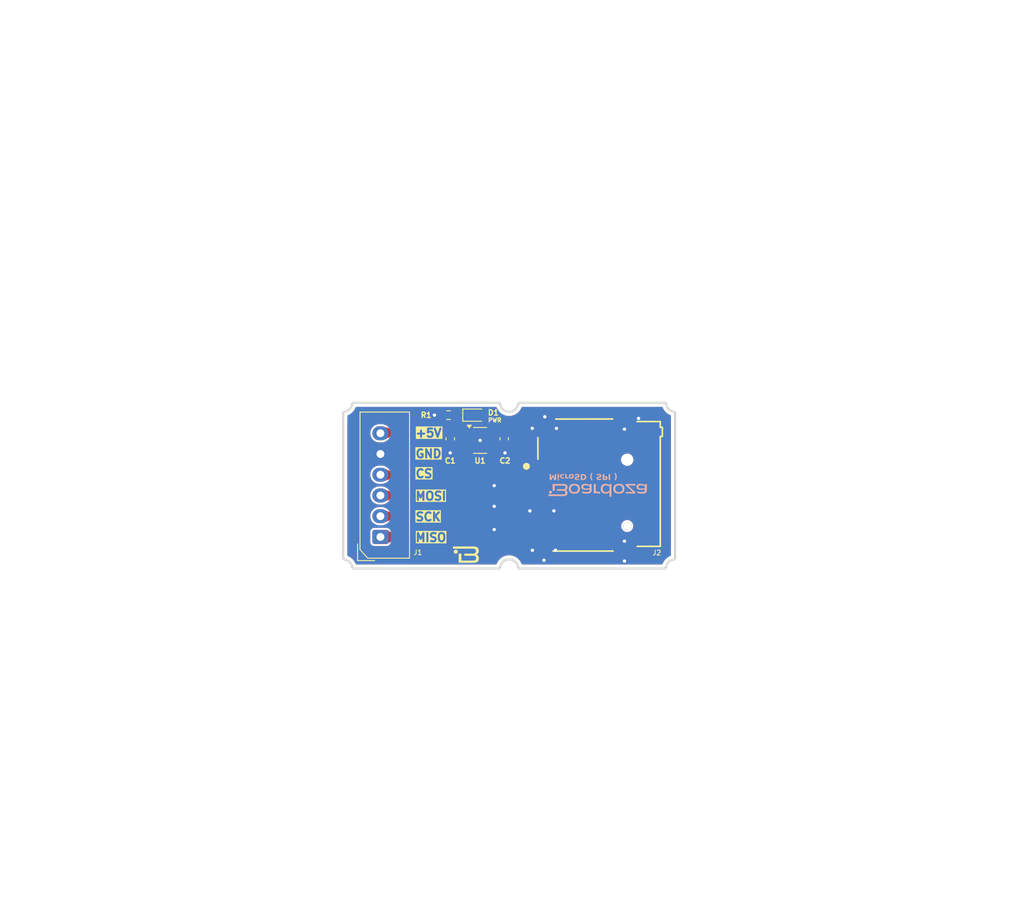
<source format=kicad_pcb>
(kicad_pcb (version 20240108) (generator "pcbnew") (generator_version "8.0")
  (title_block (title "Ali SARIALTIN") (company "BOARDOZA"))
  (layers (0 "F.Cu" signal) (31 "B.Cu" signal) (34 "B.Paste" user) (35 "F.Paste" user) (36 "B.SilkS" user "B.Silkscreen") (37 "F.SilkS" user "F.Silkscreen") (38 "B.Mask" user) (39 "F.Mask" user) (44 "Edge.Cuts" user))
  (net 0 "")
  (net 1 "+5V")
  (net 2 "Earth")
  (net 3 "+3V3")
  (net 5 "Net-(D1-K)")
  (net 6 "/MISO")
  (net 7 "/MOSI")
  (net 8 "/SCK")
  (net 9 "/CS")
  (footprint "Fiducial:Fiducial_0.5mm_Mask1mm" (layer "F.Cu") (at 149.899985 85.949961)
    (property "Reference" "REF**" (hide yes))
    (property "Value" "Fiducial_0.5mm_Mask1mm" (hide yes))
  )
  (footprint "Capacitor_SMD:C_0603_1608Metric" (layer "F.Cu") (at 161.8 88.4 -90)
    (property "Reference" "C1")
    (property "Value" "1u" (hide yes))
  )
  (footprint "LED_SMD:LED_0603_1608Metric" (layer "F.Cu") (at 164.799985 85.549961)
    (property "Reference" "D1")
    (property "Value" "LED" (hide yes))
  )
  (footprint "Resistor_SMD:R_0603_1608Metric" (layer "F.Cu") (at 161.599985 85.549961 180)
    (property "Reference" "R1")
    (property "Value" "4.7K" (hide yes))
  )
  (footprint "Capacitor_SMD:C_0603_1608Metric" (layer "F.Cu") (at 168.299985 88.4 -90)
    (property "Reference" "C2")
    (property "Value" "1u" (hide yes))
  )
  (footprint "Boardoza:2317-06S_1x06_P2.50mm_Vertical" (layer "F.Cu") (at 153.387714 100.239491 90)
    (property "Reference" "J1")
    (property "Value" "Conn_01x06" (hide yes))
  )
  (footprint "Fiducial:Fiducial_0.5mm_Mask1mm" (layer "F.Cu") (at 187.899985 102.149961)
    (property "Reference" "REF**" (hide yes))
    (property "Value" "Fiducial_0.5mm_Mask1mm" (hide yes))
  )
  (footprint "Package_TO_SOT_SMD:SOT-23-5" (layer "F.Cu") (at 165.4 88.6)
    (property "Reference" "U1")
    (property "Value" "TLV73333PDBV" (hide yes))
  )
  (footprint "Boardoza:L-KLS1-TF-003-H1.85-R" (layer "F.Cu") (at 183.132485 94.324961 90)
    (property "Reference" "J2")
    (property "Value" "L-KLS1-TF-003-H1.85-R" (hide yes))
  )
  (gr_poly (pts (xy 184.108547 94.836857) (xy 183.243359 94.040461) (xy 184.137651 94.043108) (xy 184.137651 93.852607) (xy 182.925859 93.852607) (xy 182.925859 94.016649) (xy 183.788401 94.815691) (xy 182.960255 94.813045) (xy 182.960255 95.000898) (xy 184.108547 95.000898)) (fill solid) (layer "B.SilkS"))
  (gr_poly (pts (xy 179.859338 94.807753) (xy 179.812907 94.807114) (xy 179.768796 94.805251) (xy 179.726911 94.802241) (xy 179.687153 94.798161) (xy 179.649426 94.793089) (xy 179.613633 94.787103) (xy 179.579677 94.780279) (xy 179.547461 94.772695) (xy 179.516889 94.76443) (xy 179.487863 94.75556) (xy 179.460287 94.746162) (xy 179.434063 94.736315) (xy 179.409095 94.726096) (xy 179.385285 94.715583) (xy 179.362538 94.704852) (xy 179.340756 94.693982) (xy 179.340756 93.849961) (xy 179.099985 93.849961) (xy 179.099985 95.000898) (xy 179.327527 95.000898) (xy 179.330172 94.998253) (xy 179.330172 94.881836) (xy 179.354835 94.896462) (xy 179.380257 94.910537) (xy 179.406516 94.924008) (xy 179.43369 94.93682) (xy 179.461857 94.948919) (xy 179.491093 94.96025) (xy 179.521476 94.97076) (xy 179.553084 94.980393) (xy 179.585994 94.989097) (xy 179.620284 94.996816) (xy 179.656031 95.003496) (xy 179.693313 95.009084) (xy 179.732207 95.013524) (xy 179.772791 95.016763) (xy 179.815142 95.018746) (xy 179.859338 95.019419)) (fill solid) (layer "B.SilkS"))
  (gr_poly (pts (xy 184.889068 95.022064) (xy 184.966974 95.02054) (xy 185.003729 95.018631) (xy 185.039038 95.015951) (xy 185.072916 95.012498) (xy 185.105375 95.008269) (xy 185.13643 95.003259) (xy 185.166095 94.997466) (xy 185.194385 94.990887) (xy 185.221312 94.983517) (xy 185.246892 94.975353) (xy 185.271138 94.966393) (xy 185.294064 94.956632) (xy 185.315685 94.946068) (xy 185.336014 94.934697) (xy 185.355066 94.922515) (xy 185.372854 94.909519) (xy 185.389392 94.895705) (xy 185.404695 94.881071) (xy 185.418777 94.865614) (xy 185.431652 94.849328) (xy 185.443333 94.832212) (xy 185.453836 94.814261) (xy 185.463173 94.795473) (xy 185.471359 94.775844) (xy 185.478407 94.75537) (xy 185.484333 94.734049) (xy 185.48915 94.711876) (xy 185.492872 94.688849) (xy 185.495514 94.664963) (xy 185.497088 94.640217) (xy 185.49761 94.614605) (xy 185.49761 93.84996) (xy 185.270068 93.84996) (xy 185.270068 93.992836) (xy 185.247901 93.978349) (xy 185.223207 93.963757) (xy 185.196188 93.949205) (xy 185.167045 93.934834) (xy 185.13598 93.920789) (xy 185.103194 93.907213) (xy 185.068888 93.894249) (xy 185.033265 93.882041) (xy 184.996526 93.870733) (xy 184.958872 93.860467) (xy 184.920505 93.851386) (xy 184.881626 93.843636) (xy 184.842437 93.837357) (xy 184.80314 93.832696) (xy 184.763936 93.829793) (xy 184.725026 93.828794) (xy 184.681744 93.829757) (xy 184.638473 93.832778) (xy 184.595598 93.838055) (xy 184.553502 93.845785) (xy 184.532865 93.850632) (xy 184.512568 93.856166) (xy 184.492657 93.862413) (xy 184.473181 93.869396) (xy 184.454187 93.877141) (xy 184.435724 93.885672) (xy 184.417839 93.895014) (xy 184.400581 93.905192) (xy 184.383997 93.916231) (xy 184.368135 93.928154) (xy 184.353044 93.940987) (xy 184.338771 93.954755) (xy 184.325364 93.969482) (xy 184.312871 93.985193) (xy 184.30134 94.001913) (xy 184.29082 94.019666) (xy 184.281358 94.038477) (xy 184.273001 94.058371) (xy 184.265799 94.079373) (xy 184.259799 94.101506) (xy 184.255048 94.124797) (xy 184.251596 94.149269) (xy 184.249489 94.174948) (xy 184.248846 94.199211) (xy 184.492193 94.199211) (xy 184.492495 94.187731) (xy 184.4934 94.176608) (xy 184.494905 94.165843) (xy 184.497009 94.155436) (xy 184.49971 94.145387) (xy 184.503006 94.135697) (xy 184.506895 94.126367) (xy 184.511375 94.117397) (xy 184.516444 94.108787) (xy 184.522101 94.100538) (xy 184.528342 94.092651) (xy 184.535167 94.085125) (xy 184.542573 94.077962) (xy 184.550559 94.071161) (xy 184.559122 94.064724) (xy 184.568261 94.058651) (xy 184.588257 94.047598) (xy 184.610532 94.038006) (xy 184.635071 94.02988) (xy 184.661857 94.023222) (xy 184.690876 94.018037) (xy 184.722112 94.014328) (xy 184.755549 94.0121) (xy 184.791173 94.011357) (xy 184.821807 94.012032) (xy 184.853066 94.014029) (xy 184.884766 94.017304) (xy 184.916726 94.021816) (xy 184.948763 94.027522) (xy 184.980696 94.034379) (xy 185.012342 94.042344) (xy 185.043519 94.051375) (xy 185.074045 94.061429) (xy 185.103738 94.072464) (xy 185.132415 94.084437) (xy 185.159894 94.097305) (xy 185.185994 94.111026) (xy 185.210532 94.125557) (xy 185.233326 94.140855) (xy 185.254194 94.156878) (xy 185.254194 94.360607) (xy 185.212703 94.367516) (xy 185.167832 94.374208) (xy 185.119922 94.380466) (xy 185.069316 94.386073) (xy 185.016352 94.390812) (xy 184.961374 94.394465) (xy 184.904721 94.396816) (xy 184.846735 94.397648) (xy 184.802203 94.397106) (xy 184.760854 94.395416) (xy 184.722644 94.392486) (xy 184.704702 94.390527) (xy 184.68753 94.388223) (xy 184.671121 94.385562) (xy 184.655471 94.382533) (xy 184.640573 94.379124) (xy 184.626423 94.375324) (xy 184.613015 94.371121) (xy 184.600343 94.366503) (xy 184.588404 94.361459) (xy 184.57719 94.355976) (xy 184.566698 94.350045) (xy 184.556921 94.343652) (xy 184.547854 94.336786) (xy 184.539492 94.329435) (xy 184.53183 94.321589) (xy 184.524862 94.313235) (xy 184.518583 94.304361) (xy 184.512988 94.294957) (xy 184.50807 94.28501) (xy 184.503826 94.274508) (xy 184.500249 94.263441) (xy 184.497335 94.251797) (xy 184.495077 94.239563) (xy 184.493471 94.226728) (xy 184.492512 94.213282) (xy 184.492193 94.199211) (xy 184.248846 94.199211) (xy 184.248776 94.201857) (xy 184.249499 94.228713) (xy 184.251647 94.254237) (xy 184.255188 94.278459) (xy 184.260088 94.301412) (xy 184.266316 94.323126) (xy 184.273839 94.343633) (xy 184.282624 94.362965) (xy 184.292639 94.381154) (xy 184.303852 94.398229) (xy 184.31623 94.414224) (xy 184.329741 94.42917) (xy 184.344352 94.443098) (xy 184.360031 94.456039) (xy 184.376745 94.468026) (xy 184.394461 94.479089) (xy 184.413149 94.489261) (xy 184.453305 94.507053) (xy 184.496952 94.521656) (xy 184.543833 94.533322) (xy 184.593686 94.542301) (xy 184.646251 94.548847) (xy 184.701271 94.55321) (xy 184.758484 94.555643) (xy 184.81763 94.556398) (xy 184.879699 94.555313) (xy 184.94062 94.552182) (xy 184.999991 94.54719) (xy 185.057409 94.540524) (xy 185.11247 94.532369) (xy 185.164772 94.522913) (xy 185.213911 94.51234) (xy 185.259484 94.500836) (xy 185.259484 94.604023) (xy 185.258252 94.631313) (xy 185.254461 94.656646) (xy 185.247973 94.680048) (xy 185.243674 94.691034) (xy 185.238648 94.701547) (xy 185.232878 94.711592) (xy 185.226347 94.721171) (xy 185.219036 94.730288) (xy 185.210929 94.738946) (xy 185.202008 94.747148) (xy 185.192256 94.754899) (xy 185.181655 94.762201) (xy 185.170188 94.769057) (xy 185.144585 94.781449) (xy 185.115307 94.7921) (xy 185.082216 94.801038) (xy 185.045172 94.80829) (xy 185.004035 94.813884) (xy 184.958666 94.817845) (xy 184.908925 94.820202) (xy 184.854672 94.820982) (xy 184.819957 94.820523) (xy 184.785307 94.819173) (xy 184.750789 94.816971) (xy 184.716469 94.813954) (xy 184.682412 94.810162) (xy 184.648685 94.805634) (xy 184.615353 94.800408) (xy 184.582482 94.794524) (xy 184.550138 94.788019) (xy 184.518388 94.780933) (xy 184.487296 94.773304) (xy 184.456929 94.765171) (xy 184.427353 94.756573) (xy 184.398633 94.747549) (xy 184.370835 94.738138) (xy 184.344026 94.728377) (xy 184.344026 94.934753) (xy 184.367879 94.944018) (xy 184.393708 94.952938) (xy 184.421382 94.961478) (xy 184.450769 94.969603) (xy 184.514156 94.984471) (xy 184.582813 94.997261) (xy 184.655687 95.007694) (xy 184.731724 95.015492) (xy 184.809869 95.020375) (xy 184.889068 95.022065)) (fill solid) (layer "B.SilkS"))
  (gr_poly (pts (xy 182.167613 95.02147) (xy 182.20715 95.019687) (xy 182.245427 95.016722) (xy 182.282441 95.012583) (xy 182.318189 95.007275) (xy 182.35267 95.000805) (xy 182.38588 94.993179) (xy 182.417818 94.984404) (xy 182.44848 94.974485) (xy 182.477865 94.963429) (xy 182.50597 94.951242) (xy 182.532793 94.937931) (xy 182.55833 94.923502) (xy 182.582581 94.907961) (xy 182.605542 94.891314) (xy 182.627211 94.873568) (xy 182.647585 94.854729) (xy 182.666662 94.834804) (xy 182.68444 94.813798) (xy 182.700917 94.791718) (xy 182.716089 94.76857) (xy 182.729954 94.744361) (xy 182.742511 94.719097) (xy 182.753756 94.692783) (xy 182.763687 94.665428) (xy 182.772302 94.637035) (xy 182.779598 94.607613) (xy 182.785573 94.577168) (xy 182.790224 94.545705) (xy 182.79355 94.51323) (xy 182.795547 94.479751) (xy 182.796213 94.445274) (xy 182.795547 94.408588) (xy 182.79355 94.372948) (xy 182.790224 94.338362) (xy 182.785573 94.304838) (xy 182.779598 94.272384) (xy 182.772302 94.241008) (xy 182.763687 94.210716) (xy 182.753756 94.181518) (xy 182.742511 94.15342) (xy 182.729954 94.126431) (xy 182.716089 94.100558) (xy 182.700917 94.075808) (xy 182.684441 94.052191) (xy 182.666663 94.029713) (xy 182.647585 94.008382) (xy 182.627211 93.988207) (xy 182.605542 93.969193) (xy 182.582581 93.951351) (xy 182.558331 93.934687) (xy 182.532793 93.919208) (xy 182.505971 93.904923) (xy 182.477866 93.89184) (xy 182.448481 93.879966) (xy 182.417818 93.869309) (xy 182.385881 93.859877) (xy 182.35267 93.851677) (xy 182.31819 93.844718) (xy 182.282441 93.839006) (xy 182.245427 93.83455) (xy 182.207151 93.831358) (xy 182.126817 93.828795) (xy 182.086029 93.829445) (xy 182.046514 93.831387) (xy 182.008273 93.834614) (xy 181.971307 93.839115) (xy 181.935619 93.844881) (xy 181.901209 93.851904) (xy 181.868079 93.860174) (xy 181.83623 93.869681) (xy 181.805665 93.880417) (xy 181.776383 93.892373) (xy 181.748388 93.905539) (xy 181.721679 93.919905) (xy 181.69626 93.935464) (xy 181.67213 93.952205) (xy 181.649292 93.97012) (xy 181.627747 93.989198) (xy 181.607497 94.009432) (xy 181.588542 94.030811) (xy 181.570885 94.053327) (xy 181.554527 94.076971) (xy 181.539469 94.101732) (xy 181.525713 94.127602) (xy 181.51326 94.154573) (xy 181.502111 94.182633) (xy 181.492269 94.211775) (xy 181.483735 94.24199) (xy 181.476509 94.273267) (xy 181.470594 94.305597) (xy 181.465991 94.338973) (xy 181.462701 94.373383) (xy 181.460726 94.40882) (xy 181.460067 94.445274) (xy 181.698193 94.445274) (xy 181.698627 94.420323) (xy 181.699926 94.396075) (xy 181.702087 94.372537) (xy 181.705108 94.349714) (xy 181.708985 94.327611) (xy 181.713715 94.306236) (xy 181.719297 94.285593) (xy 181.725726 94.265688) (xy 181.733001 94.246527) (xy 181.741117 94.228116) (xy 181.750072 94.210461) (xy 181.759864 94.193568) (xy 181.770488 94.177442) (xy 181.781944 94.162089) (xy 181.794226 94.147516) (xy 181.807333 94.133727) (xy 181.821262 94.120728) (xy 181.83601 94.108527) (xy 181.851573 94.097127) (xy 181.86795 94.086536) (xy 181.885136 94.076758) (xy 181.90313 94.067801) (xy 181.921927 94.059668) (xy 181.941526 94.052367) (xy 181.961924 94.045904) (xy 181.983117 94.040283) (xy 182.005102 94.035511) (xy 182.027878 94.031594) (xy 182.05144 94.028537) (xy 182.075786 94.026346) (xy 182.100912 94.025027) (xy 182.126817 94.024586) (xy 182.152722 94.025057) (xy 182.177849 94.026462) (xy 182.202195 94.028789) (xy 182.225757 94.032028) (xy 182.248532 94.036165) (xy 182.270518 94.04119) (xy 182.291711 94.047091) (xy 182.312108 94.053856) (xy 182.331708 94.061473) (xy 182.350505 94.069932) (xy 182.368499 94.07922) (xy 182.385685 94.089326) (xy 182.402062 94.100238) (xy 182.417625 94.111945) (xy 182.432373 94.124435) (xy 182.446302 94.137695) (xy 182.459409 94.151716) (xy 182.471692 94.166484) (xy 182.483147 94.181989) (xy 182.493772 94.198219) (xy 182.503563 94.215161) (xy 182.512519 94.232806) (xy 182.520635 94.25114) (xy 182.527909 94.270152) (xy 182.534339 94.289831) (xy 182.53992 94.310165) (xy 182.544651 94.331143) (xy 182.548528 94.352752) (xy 182.551549 94.374981) (xy 182.55371 94.397819) (xy 182.555009 94.421254) (xy 182.555443 94.445274) (xy 182.555024 94.46918) (xy 182.553768 94.492283) (xy 182.551675 94.514585) (xy 182.548745 94.53609) (xy 182.544978 94.5568) (xy 182.540374 94.576719) (xy 182.534932 94.595849) (xy 182.528653 94.614194) (xy 182.521537 94.631755) (xy 182.513584 94.648537) (xy 182.504794 94.664541) (xy 182.495167 94.679771) (xy 182.484702 94.69423) (xy 182.473401 94.70792) (xy 182.461262 94.720846) (xy 182.448286 94.733008) (xy 182.434473 94.744411) (xy 182.419823 94.755057) (xy 182.404335 94.764949) (xy 182.388011 94.774091) (xy 182.370849 94.782484) (xy 182.35285 94.790132) (xy 182.334014 94.797038) (xy 182.314341 94.803205) (xy 182.29383 94.808636) (xy 182.272483 94.813332) (xy 182.227276 94.820537) (xy 182.178721 94.824843) (xy 182.126817 94.826273) (xy 182.074914 94.82496) (xy 182.026359 94.820971) (xy 182.003337 94.817953) (xy 181.981152 94.814239) (xy 181.959805 94.809822) (xy 181.939294 94.804693) (xy 181.919621 94.798843) (xy 181.900785 94.792264) (xy 181.882786 94.784946) (xy 181.865625 94.776881) (xy 181.8493 94.76806) (xy 181.833813 94.758475) (xy 181.819162 94.748117) (xy 181.805349 94.736977) (xy 181.792373 94.725046) (xy 181.780235 94.712315) (xy 181.768933 94.698777) (xy 181.758469 94.684422) (xy 181.748841 94.669241) (xy 181.740051 94.653226) (xy 181.732098 94.636368) (xy 181.724982 94.618658) (xy 181.718704 94.600088) (xy 181.713262 94.580649) (xy 181.708658 94.560332) (xy 181.704891 94.539128) (xy 181.70196 94.51703) (xy 181.699868 94.494027) (xy 181.698612 94.470111) (xy 181.698193 94.445274) (xy 181.460067 94.445274) (xy 181.460734 94.479519) (xy 181.46273 94.512794) (xy 181.466054 94.545093) (xy 181.470702 94.576408) (xy 181.476673 94.60673) (xy 181.483961 94.636053) (xy 181.492566 94.664367) (xy 181.502484 94.691667) (xy 181.513711 94.717943) (xy 181.526246 94.743188) (xy 181.540084 94.767395) (xy 181.555224 94.790555) (xy 181.571663 94.812661) (xy 181.589397 94.833705) (xy 181.608423 94.853679) (xy 181.628739 94.872576) (xy 181.650342 94.890387) (xy 181.673229 94.907106) (xy 181.697397 94.922724) (xy 181.722842 94.937233) (xy 181.749563 94.950626) (xy 181.777556 94.962896) (xy 181.806818 94.974033) (xy 181.837347 94.984031) (xy 181.869139 94.992882) (xy 181.902192 95.000578) (xy 181.936502 95.007111) (xy 181.972067 95.012474) (xy 182.04695 95.019657) (xy 182.126817 95.022065) (xy 182.126817 95.022066)) (fill solid) (layer "B.SilkS"))
  (gr_poly (pts (xy 175.501699 95.309261) (xy 175.554367 95.305573) (xy 175.604004 95.299265) (xy 175.650521 95.290204) (xy 175.693829 95.278261) (xy 175.714252 95.271166) (xy 175.733839 95.263302) (xy 175.752579 95.25465) (xy 175.770461 95.245196) (xy 175.787474 95.234921) (xy 175.803607 95.223811) (xy 175.818848 95.211847) (xy 175.833187 95.199015) (xy 175.846612 95.185297) (xy 175.859113 95.170677) (xy 175.870677 95.155138) (xy 175.881294 95.138665) (xy 175.890953 95.12124) (xy 175.899642 95.102846) (xy 175.907351 95.083469) (xy 175.914069 95.063091) (xy 175.919783 95.041695) (xy 175.924483 95.019265) (xy 175.928159 94.995785) (xy 175.930798 94.971238) (xy 175.932389 94.945608) (xy 175.932922 94.918879) (xy 175.932615 94.901282) (xy 175.931703 94.884206) (xy 175.930201 94.867646) (xy 175.928127 94.851596) (xy 175.925494 94.836049) (xy 175.922318 94.821001) (xy 175.918615 94.806445) (xy 175.914401 94.792375) (xy 175.909691 94.778785) (xy 175.9045 94.765671) (xy 175.898844 94.753025) (xy 175.892739 94.740843) (xy 175.886199 94.729118) (xy 175.879241 94.717844) (xy 175.864131 94.696629) (xy 175.847532 94.677149) (xy 175.829569 94.659359) (xy 175.810367 94.643213) (xy 175.790047 94.628663) (xy 175.768736 94.615664) (xy 175.746557 94.604169) (xy 175.723633 94.594131) (xy 175.700089 94.585503) (xy 175.712892 94.582534) (xy 175.725496 94.579084) (xy 175.737886 94.575151) (xy 175.75005 94.570734) (xy 175.761973 94.565833) (xy 175.773643 94.560446) (xy 175.785045 94.554574) (xy 175.796166 94.548213) (xy 175.806992 94.541365) (xy 175.817511 94.534027) (xy 175.827707 94.526199) (xy 175.837569 94.517879) (xy 175.847081 94.509068) (xy 175.856232 94.499763) (xy 175.865006 94.489964) (xy 175.873391 94.47967) (xy 175.881373 94.468879) (xy 175.888938 94.457592) (xy 175.896073 94.445807) (xy 175.902764 94.433523) (xy 175.908998 94.420738) (xy 175.91476 94.407453) (xy 175.920039 94.393666) (xy 175.924819 94.379376) (xy 175.929088 94.364582) (xy 175.932832 94.349284) (xy 175.936037 94.333479) (xy 175.938689 94.317168) (xy 175.940776 94.300349) (xy 175.942283 94.283021) (xy 175.943198 94.265184) (xy 175.943505 94.246836) (xy 175.942995 94.221263) (xy 175.941464 94.196627) (xy 175.938919 94.17292) (xy 175.935361 94.150134) (xy 175.930796 94.128261) (xy 175.925228 94.107292) (xy 175.918659 94.08722) (xy 175.911094 94.068036) (xy 175.902537 94.049731) (xy 175.892992 94.032298) (xy 175.882462 94.015728) (xy 175.870952 94.000014) (xy 175.858465 93.985146) (xy 175.845005 93.971117) (xy 175.830576 93.957918) (xy 175.815183 93.945542) (xy 175.798828 93.933979) (xy 175.781515 93.923222) (xy 175.76325 93.913263) (xy 175.744035 93.904092) (xy 175.723874 93.895703) (xy 175.702771 93.888086) (xy 175.68073 93.881234) (xy 175.657756 93.875138) (xy 175.633851 93.86979) (xy 175.60902 93.865182) (xy 175.583266 93.861305) (xy 175.556594 93.858152) (xy 175.500509 93.853982) (xy 175.440797 93.852607) (xy 174.139048 93.852607) (xy 174.139048 94.67017) (xy 174.393048 94.67017) (xy 174.393048 94.051045) (xy 175.427568 94.051045) (xy 175.458415 94.051825) (xy 175.487441 94.054187) (xy 175.514621 94.058161) (xy 175.539934 94.063778) (xy 175.551882 94.067213) (xy 175.563355 94.07107) (xy 175.574349 94.075353) (xy 175.584861 94.080066) (xy 175.594889 94.085214) (xy 175.60443 94.0908) (xy 175.61348 94.096827) (xy 175.622037 94.1033) (xy 175.630098 94.110223) (xy 175.63766 94.117599) (xy 175.64472 94.125433) (xy 175.651276 94.133727) (xy 175.657323 94.142487) (xy 175.66286 94.151716) (xy 175.667884 94.161418) (xy 175.672391 94.171596) (xy 175.676378 94.182255) (xy 175.679844 94.193398) (xy 175.682784 94.20503) (xy 175.685196 94.217154) (xy 175.687077 94.229774) (xy 175.688424 94.242894) (xy 175.689235 94.256518) (xy 175.689506 94.270649) (xy 175.689273 94.284743) (xy 175.688576 94.298256) (xy 175.687415 94.311198) (xy 175.68579 94.323576) (xy 175.683702 94.335401) (xy 175.681152 94.346679) (xy 175.678139 94.357421) (xy 175.674664 94.367635) (xy 175.670729 94.37733) (xy 175.666332 94.386514) (xy 175.661475 94.395196) (xy 175.656159 94.403385) (xy 175.650383 94.41109) (xy 175.644149 94.418318) (xy 175.637456 94.42508) (xy 175.630305 94.431384) (xy 175.622697 94.437237) (xy 175.614632 94.44265) (xy 175.606111 94.447631) (xy 175.597134 94.452189) (xy 175.587702 94.456331) (xy 175.577814 94.460068) (xy 175.567472 94.463408) (xy 175.556677 94.466358) (xy 175.545427 94.46893) (xy 175.533725 94.47113) (xy 175.508964 94.474451) (xy 175.482396 94.476393) (xy 175.454027 94.477025) (xy 174.647047 94.477025) (xy 174.647047 94.67017) (xy 175.406402 94.67017) (xy 175.436495 94.670953) (xy 175.465209 94.673338) (xy 175.492466 94.677373) (xy 175.518188 94.68311) (xy 175.530449 94.686632) (xy 175.542298 94.690598) (xy 175.553724 94.695015) (xy 175.564717 94.699889) (xy 175.575269 94.705226) (xy 175.58537 94.711032) (xy 175.595009 94.717315) (xy 175.604178 94.724079) (xy 175.612865 94.731331) (xy 175.621063 94.739078) (xy 175.62876 94.747327) (xy 175.635948 94.756082) (xy 175.642617 94.765351) (xy 175.648756 94.77514) (xy 175.654357 94.785454) (xy 175.659409 94.796302) (xy 175.663904 94.807688) (xy 175.66783 94.819619) (xy 175.671179 94.832101) (xy 175.673941 94.845141) (xy 175.676106 94.858745) (xy 175.677664 94.872919) (xy 175.678606 94.88767) (xy 175.678922 94.903003) (xy 175.678667 94.916158) (xy 175.677904 94.928836) (xy 175.676635 94.941042) (xy 175.674866 94.952778) (xy 175.672598 94.964049) (xy 175.669836 94.974859) (xy 175.666582 94.985212) (xy 175.662841 94.995111) (xy 175.658615 95.004561) (xy 175.653908 95.013565) (xy 175.648723 95.022127) (xy 175.643064 95.030251) (xy 175.636934 95.037941) (xy 175.630337 95.045201) (xy 175.623275 95.052035) (xy 175.615753 95.058446) (xy 175.607774 95.064439) (xy 175.59934 95.070016) (xy 175.590456 95.075183) (xy 175.581125 95.079943) (xy 175.57135 95.0843) (xy 175.561134 95.088258) (xy 175.550482 95.091821) (xy 175.539396 95.094992) (xy 175.52788 95.097775) (xy 175.515937 95.100175) (xy 175.50357 95.102195) (xy 175.490784 95.103839) (xy 175.463964 95.106014) (xy 175.435506 95.106732) (xy 173.636339 95.106732) (xy 173.636339 95.310462) (xy 175.446089 95.310462)) (fill solid) (layer "B.SilkS"))
  (gr_poly (pts (xy 178.237444 95.022064) (xy 178.315349 95.02054) (xy 178.352104 95.018631) (xy 178.387414 95.015951) (xy 178.421291 95.012498) (xy 178.45375 95.008269) (xy 178.484805 95.003259) (xy 178.514471 94.997466) (xy 178.54276 94.990887) (xy 178.569687 94.983517) (xy 178.595267 94.975353) (xy 178.619513 94.966393) (xy 178.642439 94.956632) (xy 178.66406 94.946068) (xy 178.684389 94.934697) (xy 178.703441 94.922515) (xy 178.721229 94.909519) (xy 178.737768 94.895705) (xy 178.753071 94.881071) (xy 178.767153 94.865614) (xy 178.780027 94.849328) (xy 178.791709 94.832212) (xy 178.802211 94.814261) (xy 178.811548 94.795473) (xy 178.819734 94.775844) (xy 178.826783 94.75537) (xy 178.832709 94.734049) (xy 178.837526 94.711876) (xy 178.841248 94.688849) (xy 178.843889 94.664963) (xy 178.845463 94.640217) (xy 178.845985 94.614605) (xy 178.845985 93.84996) (xy 178.618443 93.84996) (xy 178.618443 93.992836) (xy 178.596277 93.978349) (xy 178.571583 93.963757) (xy 178.544564 93.949205) (xy 178.515421 93.934834) (xy 178.484356 93.920789) (xy 178.45157 93.907213) (xy 178.417265 93.894249) (xy 178.381641 93.882041) (xy 178.344902 93.870733) (xy 178.307248 93.860467) (xy 178.268881 93.851386) (xy 178.230002 93.843636) (xy 178.190814 93.837357) (xy 178.151516 93.832696) (xy 178.112312 93.829793) (xy 178.073402 93.828794) (xy 178.03012 93.829757) (xy 177.986849 93.832778) (xy 177.943974 93.838055) (xy 177.901878 93.845785) (xy 177.881242 93.850632) (xy 177.860944 93.856166) (xy 177.841033 93.862413) (xy 177.821557 93.869396) (xy 177.802563 93.877141) (xy 177.7841 93.885672) (xy 177.766215 93.895014) (xy 177.748957 93.905192) (xy 177.732373 93.916231) (xy 177.716511 93.928154) (xy 177.70142 93.940987) (xy 177.687147 93.954755) (xy 177.67374 93.969482) (xy 177.661247 93.985193) (xy 177.649716 94.001913) (xy 177.639196 94.019666) (xy 177.629734 94.038477) (xy 177.621377 94.058371) (xy 177.614175 94.079373) (xy 177.608175 94.101506) (xy 177.603424 94.124797) (xy 177.599972 94.149269) (xy 177.597865 94.174948) (xy 177.597222 94.199211) (xy 177.840568 94.199211) (xy 177.84087 94.187731) (xy 177.841775 94.176608) (xy 177.84328 94.165843) (xy 177.845384 94.155436) (xy 177.848086 94.145387) (xy 177.851382 94.135697) (xy 177.855271 94.126367) (xy 177.859751 94.117397) (xy 177.86482 94.108787) (xy 177.870476 94.100538) (xy 177.876718 94.092651) (xy 177.883542 94.085125) (xy 177.890949 94.077962) (xy 177.898934 94.071161) (xy 177.907497 94.064724) (xy 177.916636 94.058651) (xy 177.936632 94.047598) (xy 177.958907 94.038006) (xy 177.983446 94.02988) (xy 178.010232 94.023222) (xy 178.039251 94.018037) (xy 178.070487 94.014328) (xy 178.103924 94.0121) (xy 178.139547 94.011357) (xy 178.170182 94.012032) (xy 178.20144 94.014029) (xy 178.23314 94.017304) (xy 178.2651 94.021816) (xy 178.297138 94.027522) (xy 178.329071 94.034379) (xy 178.360717 94.042344) (xy 178.391894 94.051375) (xy 178.422419 94.061429) (xy 178.452112 94.072464) (xy 178.480789 94.084437) (xy 178.508269 94.097305) (xy 178.534369 94.111026) (xy 178.558907 94.125557) (xy 178.5817 94.140855) (xy 178.602568 94.156878) (xy 178.602568 94.360607) (xy 178.561077 94.367516) (xy 178.516206 94.374208) (xy 178.468297 94.380466) (xy 178.417691 94.386073) (xy 178.364727 94.390812) (xy 178.309749 94.394465) (xy 178.253096 94.396816) (xy 178.19511 94.397648) (xy 178.150578 94.397106) (xy 178.109229 94.395416) (xy 178.071019 94.392486) (xy 178.053077 94.390527) (xy 178.035905 94.388223) (xy 178.019496 94.385562) (xy 178.003846 94.382533) (xy 177.988948 94.379124) (xy 177.974798 94.375324) (xy 177.96139 94.371121) (xy 177.948719 94.366503) (xy 177.936779 94.361459) (xy 177.925566 94.355976) (xy 177.915073 94.350045) (xy 177.905296 94.343652) (xy 177.896229 94.336786) (xy 177.887868 94.329435) (xy 177.880205 94.321589) (xy 177.873237 94.313235) (xy 177.866958 94.304361) (xy 177.861363 94.294957) (xy 177.856446 94.28501) (xy 177.852201 94.274508) (xy 177.848625 94.263441) (xy 177.84571 94.251797) (xy 177.843453 94.239563) (xy 177.841847 94.226728) (xy 177.840887 94.213282) (xy 177.840568 94.199211) (xy 177.597222 94.199211) (xy 177.597152 94.201857) (xy 177.597875 94.228713) (xy 177.600023 94.254237) (xy 177.603564 94.278459) (xy 177.608464 94.301412) (xy 177.614692 94.323126) (xy 177.622214 94.343633) (xy 177.631 94.362965) (xy 177.641015 94.381154) (xy 177.652228 94.398229) (xy 177.664606 94.414224) (xy 177.678117 94.42917) (xy 177.692728 94.443098) (xy 177.708406 94.456039) (xy 177.72512 94.468026) (xy 177.742837 94.479089) (xy 177.761524 94.489261) (xy 177.80168 94.507053) (xy 177.845328 94.521656) (xy 177.892208 94.533322) (xy 177.942061 94.542301) (xy 177.994627 94.548847) (xy 178.049647 94.55321) (xy 178.106859 94.555643) (xy 178.166006 94.556398) (xy 178.228075 94.555313) (xy 178.288996 94.552182) (xy 178.348367 94.54719) (xy 178.405785 94.540524) (xy 178.460846 94.532369) (xy 178.513148 94.522913) (xy 178.562287 94.51234) (xy 178.60786 94.500836) (xy 178.60786 94.604023) (xy 178.606628 94.631313) (xy 178.602837 94.656646) (xy 178.596349 94.680048) (xy 178.59205 94.691034) (xy 178.587024 94.701547) (xy 178.581254 94.711592) (xy 178.574723 94.721171) (xy 178.567412 94.730288) (xy 178.559305 94.738946) (xy 178.550384 94.747148) (xy 178.540632 94.754899) (xy 178.530031 94.762201) (xy 178.518563 94.769057) (xy 178.49296 94.781449) (xy 178.463683 94.7921) (xy 178.430592 94.801038) (xy 178.393548 94.80829) (xy 178.352411 94.813884) (xy 178.307041 94.817845) (xy 178.2573 94.820202) (xy 178.203047 94.820982) (xy 178.168332 94.820523) (xy 178.133682 94.819173) (xy 178.099164 94.816971) (xy 178.064844 94.813954) (xy 178.030787 94.810162) (xy 177.99706 94.805634) (xy 177.963728 94.800408) (xy 177.930858 94.794524) (xy 177.898514 94.788019) (xy 177.866763 94.780933) (xy 177.835672 94.773304) (xy 177.805304 94.765171) (xy 177.775728 94.756573) (xy 177.747008 94.747549) (xy 177.719211 94.738138) (xy 177.692402 94.728377) (xy 177.692402 94.934753) (xy 177.716254 94.944018) (xy 177.742083 94.952938) (xy 177.769757 94.961478) (xy 177.799145 94.969603) (xy 177.862531 94.984471) (xy 177.931188 94.997261) (xy 178.004062 95.007694) (xy 178.080099 95.015492) (xy 178.158244 95.020375) (xy 178.237443 95.022065)) (fill solid) (layer "B.SilkS"))
  (gr_poly (pts (xy 176.807156 95.02147) (xy 176.846693 95.019687) (xy 176.88497 95.016722) (xy 176.921984 95.012583) (xy 176.957732 95.007275) (xy 176.992213 95.000805) (xy 177.025423 94.993179) (xy 177.05736 94.984404) (xy 177.088023 94.974485) (xy 177.117408 94.963429) (xy 177.145513 94.951242) (xy 177.172335 94.937931) (xy 177.197873 94.923502) (xy 177.222124 94.907961) (xy 177.245085 94.891314) (xy 177.266753 94.873568) (xy 177.287128 94.854729) (xy 177.306205 94.834804) (xy 177.323983 94.813798) (xy 177.340459 94.791718) (xy 177.355632 94.76857) (xy 177.369497 94.744361) (xy 177.382054 94.719097) (xy 177.393299 94.692783) (xy 177.40323 94.665428) (xy 177.411845 94.637035) (xy 177.419141 94.607613) (xy 177.425116 94.577168) (xy 177.429767 94.545705) (xy 177.433093 94.51323) (xy 177.43509 94.479751) (xy 177.435756 94.445274) (xy 177.43509 94.408588) (xy 177.433093 94.372948) (xy 177.429767 94.338362) (xy 177.425116 94.304838) (xy 177.419141 94.272384) (xy 177.411845 94.241008) (xy 177.40323 94.210716) (xy 177.393299 94.181518) (xy 177.382054 94.15342) (xy 177.369497 94.126431) (xy 177.355632 94.100558) (xy 177.340459 94.075808) (xy 177.323983 94.052191) (xy 177.306205 94.029713) (xy 177.287128 94.008382) (xy 177.266753 93.988207) (xy 177.245085 93.969193) (xy 177.222124 93.951351) (xy 177.197873 93.934687) (xy 177.172335 93.919208) (xy 177.145513 93.904923) (xy 177.117408 93.89184) (xy 177.088023 93.879966) (xy 177.05736 93.869309) (xy 177.025423 93.859877) (xy 176.992213 93.851677) (xy 176.957732 93.844718) (xy 176.921984 93.839006) (xy 176.88497 93.83455) (xy 176.846693 93.831358) (xy 176.76636 93.828795) (xy 176.725572 93.829445) (xy 176.686057 93.831387) (xy 176.647816 93.834614) (xy 176.61085 93.839115) (xy 176.575162 93.844881) (xy 176.540752 93.851904) (xy 176.507622 93.860174) (xy 176.475773 93.869681) (xy 176.445207 93.880417) (xy 176.415926 93.892373) (xy 176.38793 93.905539) (xy 176.361222 93.919905) (xy 176.335802 93.935464) (xy 176.311673 93.952205) (xy 176.288835 93.97012) (xy 176.26729 93.989198) (xy 176.247039 94.009432) (xy 176.228085 94.030811) (xy 176.210428 94.053327) (xy 176.194069 94.076971) (xy 176.179011 94.101732) (xy 176.165255 94.127602) (xy 176.152802 94.154573) (xy 176.141654 94.182633) (xy 176.131812 94.211775) (xy 176.123277 94.24199) (xy 176.116052 94.273267) (xy 176.110137 94.305597) (xy 176.105533 94.338973) (xy 176.102244 94.373383) (xy 176.100269 94.40882) (xy 176.09961 94.445274) (xy 176.337735 94.445274) (xy 176.338168 94.420323) (xy 176.339467 94.396075) (xy 176.341629 94.372537) (xy 176.344649 94.349714) (xy 176.348526 94.327611) (xy 176.353257 94.306236) (xy 176.358839 94.285593) (xy 176.365268 94.265688) (xy 176.372542 94.246527) (xy 176.380659 94.228116) (xy 176.389614 94.210461) (xy 176.399406 94.193568) (xy 176.410031 94.177442) (xy 176.421486 94.162089) (xy 176.433768 94.147516) (xy 176.446876 94.133727) (xy 176.460805 94.120728) (xy 176.475552 94.108527) (xy 176.491116 94.097127) (xy 176.507492 94.086536) (xy 176.524679 94.076758) (xy 176.542672 94.067801) (xy 176.56147 94.059668) (xy 176.581069 94.052367) (xy 176.601467 94.045904) (xy 176.62266 94.040283) (xy 176.644645 94.035511) (xy 176.66742 94.031594) (xy 176.690982 94.028537) (xy 176.715328 94.026346) (xy 176.740455 94.025027) (xy 176.76636 94.024586) (xy 176.792265 94.025057) (xy 176.817392 94.026462) (xy 176.841738 94.028789) (xy 176.8653 94.032028) (xy 176.888075 94.036165) (xy 176.910061 94.04119) (xy 176.931254 94.047091) (xy 176.951651 94.053856) (xy 176.97125 94.061473) (xy 176.990048 94.069932) (xy 177.008042 94.07922) (xy 177.025228 94.089326) (xy 177.041605 94.100238) (xy 177.057168 94.111945) (xy 177.071916 94.124435) (xy 177.085845 94.137695) (xy 177.098952 94.151716) (xy 177.111235 94.166484) (xy 177.12269 94.181989) (xy 177.133315 94.198219) (xy 177.143106 94.215161) (xy 177.152062 94.232806) (xy 177.160178 94.25114) (xy 177.167452 94.270152) (xy 177.173882 94.289831) (xy 177.179463 94.310165) (xy 177.184194 94.331143) (xy 177.188071 94.352752) (xy 177.191092 94.374981) (xy 177.193253 94.397819) (xy 177.194552 94.421254) (xy 177.194986 94.445274) (xy 177.194567 94.46918) (xy 177.193311 94.492283) (xy 177.191218 94.514585) (xy 177.188288 94.53609) (xy 177.184521 94.5568) (xy 177.179917 94.576719) (xy 177.174475 94.595849) (xy 177.168196 94.614194) (xy 177.161081 94.631755) (xy 177.153128 94.648537) (xy 177.144337 94.664541) (xy 177.13471 94.679771) (xy 177.124245 94.69423) (xy 177.112944 94.70792) (xy 177.100805 94.720846) (xy 177.087829 94.733008) (xy 177.074016 94.744411) (xy 177.059366 94.755057) (xy 177.043878 94.764949) (xy 177.027553 94.774091) (xy 177.010392 94.782484) (xy 176.992393 94.790132) (xy 176.973557 94.797038) (xy 176.953883 94.803205) (xy 176.933373 94.808636) (xy 176.912026 94.813332) (xy 176.866819 94.820537) (xy 176.818264 94.824843) (xy 176.76636 94.826273) (xy 176.714456 94.82496) (xy 176.665901 94.820971) (xy 176.642879 94.817953) (xy 176.620694 94.814239) (xy 176.599347 94.809822) (xy 176.578837 94.804693) (xy 176.559163 94.798843) (xy 176.540327 94.792264) (xy 176.522328 94.784946) (xy 176.505167 94.776881) (xy 176.488842 94.76806) (xy 176.473355 94.758475) (xy 176.458704 94.748117) (xy 176.444891 94.736977) (xy 176.431915 94.725046) (xy 176.419776 94.712315) (xy 176.408475 94.698777) (xy 176.39801 94.684422) (xy 176.388383 94.669241) (xy 176.379593 94.653226) (xy 176.37164 94.636368) (xy 176.364524 94.618658) (xy 176.358245 94.600088) (xy 176.352804 94.580649) (xy 176.348199 94.560332) (xy 176.344432 94.539128) (xy 176.341502 94.51703) (xy 176.339409 94.494027) (xy 176.338153 94.470111) (xy 176.337735 94.445274) (xy 176.09961 94.445274) (xy 176.100276 94.479519) (xy 176.102273 94.512794) (xy 176.105597 94.545093) (xy 176.110245 94.576408) (xy 176.116215 94.60673) (xy 176.123504 94.636053) (xy 176.132109 94.664367) (xy 176.142026 94.691667) (xy 176.153254 94.717943) (xy 176.165788 94.743188) (xy 176.179627 94.767395) (xy 176.194767 94.790555) (xy 176.211206 94.812661) (xy 176.228939 94.833705) (xy 176.247966 94.853679) (xy 176.268282 94.872576) (xy 176.289885 94.890387) (xy 176.312772 94.907106) (xy 176.336939 94.922724) (xy 176.362385 94.937233) (xy 176.389106 94.950626) (xy 176.417099 94.962896) (xy 176.446361 94.974033) (xy 176.476889 94.984031) (xy 176.508682 94.992882) (xy 176.541734 95.000578) (xy 176.576045 95.007111) (xy 176.61161 95.012474) (xy 176.686493 95.019657) (xy 176.76636 95.022065) (xy 176.76636 95.022066)) (fill solid) (layer "B.SilkS"))
  (gr_poly (pts (xy 181.232526 93.852607) (xy 181.004986 93.852607) (xy 181.004986 93.987545) (xy 180.984468 93.971403) (xy 180.962637 93.955769) (xy 180.939542 93.940716) (xy 180.915234 93.926318) (xy 180.889763 93.912649) (xy 180.86318 93.899782) (xy 180.835535 93.887792) (xy 180.806879 93.87675) (xy 180.777261 93.866732) (xy 180.746732 93.857811) (xy 180.715343 93.85006) (xy 180.683144 93.843553) (xy 180.650186 93.838364) (xy 180.616518 93.834567) (xy 180.582191 93.832234) (xy 180.547256 93.83144) (xy 180.510593 93.83206) (xy 180.475019 93.833916) (xy 180.44054 93.837006) (xy 180.407161 93.841326) (xy 180.374887 93.846873) (xy 180.343722 93.853643) (xy 180.313671 93.861632) (xy 180.28474 93.870838) (xy 180.256932 93.881258) (xy 180.230253 93.892887) (xy 180.204708 93.905722) (xy 180.180302 93.91976) (xy 180.157038 93.934998) (xy 180.134923 93.951432) (xy 180.113961 93.969059) (xy 180.094157 93.987875) (xy 180.075516 94.007877) (xy 180.058042 94.029062) (xy 180.04174 94.051426) (xy 180.026616 94.074965) (xy 180.012674 94.099677) (xy 179.999919 94.125558) (xy 179.988355 94.152605) (xy 179.977989 94.180814) (xy 179.968823 94.210182) (xy 179.960864 94.240705) (xy 179.954117 94.272381) (xy 179.948585 94.305204) (xy 179.944274 94.339174) (xy 179.941189 94.374285) (xy 179.939334 94.410535) (xy 179.938846 94.439982) (xy 180.182131 94.439982) (xy 180.183627 94.393518) (xy 180.188146 94.349435) (xy 180.191553 94.328312) (xy 180.195734 94.307816) (xy 180.200694 94.287957) (xy 180.206439 94.268747) (xy 180.212975 94.250196) (xy 180.220306 94.232314) (xy 180.228441 94.215112) (xy 180.237383 94.198602) (xy 180.247139 94.182792) (xy 180.257715 94.167695) (xy 180.269116 94.153321) (xy 180.281349 94.13968) (xy 180.294419 94.126784) (xy 180.308332 94.114642) (xy 180.323094 94.103265) (xy 180.33871 94.092665) (xy 180.355187 94.082851) (xy 180.37253 94.073835) (xy 180.390745 94.065627) (xy 180.409838 94.058238) (xy 180.429814 94.051678) (xy 180.45068 94.045959) (xy 180.472441 94.04109) (xy 180.495104 94.037082) (xy 180.518673 94.033946) (xy 180.543155 94.031693) (xy 180.568556 94.030334) (xy 180.594881 94.029878) (xy 180.623581 94.030553) (xy 180.652087 94.032545) (xy 180.68033 94.035808) (xy 180.708239 94.040296) (xy 180.735745 94.045962) (xy 180.762778 94.05276) (xy 180.789269 94.060644) (xy 180.815147 94.069566) (xy 180.840343 94.07948) (xy 180.864787 94.09034) (xy 180.88841 94.102099) (xy 180.911141 94.11471) (xy 180.932911 94.128128) (xy 180.95365 94.142305) (xy 180.973288 94.157196) (xy 180.991756 94.172753) (xy 180.994402 94.172753) (xy 180.994402 94.678107) (xy 180.973229 94.695467) (xy 180.951397 94.71182) (xy 180.928929 94.72715) (xy 180.905849 94.741441) (xy 180.88218 94.754678) (xy 180.857945 94.766845) (xy 180.833168 94.777927) (xy 180.807871 94.787909) (xy 180.782078 94.796774) (xy 180.755812 94.804507) (xy 180.729097 94.811093) (xy 180.701955 94.816516) (xy 180.67441 94.820762) (xy 180.646486 94.823813) (xy 180.618204 94.825655) (xy 180.58959 94.826273) (xy 180.543592 94.824958) (xy 180.499915 94.820961) (xy 180.478976 94.817932) (xy 180.45865 94.814204) (xy 180.438949 94.809767) (xy 180.419884 94.80461) (xy 180.401466 94.798725) (xy 180.383707 94.792102) (xy 180.366617 94.784731) (xy 180.350208 94.776602) (xy 180.334491 94.767705) (xy 180.319477 94.758032) (xy 180.305177 94.747572) (xy 180.291602 94.736315) (xy 180.278763 94.724252) (xy 180.266673 94.711373) (xy 180.25534 94.697669) (xy 180.244778 94.68313) (xy 180.234996 94.667745) (xy 180.226007 94.651506) (xy 180.217821 94.634403) (xy 180.210449 94.616426) (xy 180.203903 94.597565) (xy 180.198193 94.577811) (xy 180.193332 94.557153) (xy 180.189329 94.535583) (xy 180.186196 94.513091) (xy 180.183945 94.489666) (xy 180.182586 94.4653) (xy 180.182131 94.439982) (xy 179.938846 94.439982) (xy 179.938715 94.447919) (xy 179.939409 94.48519) (xy 179.941479 94.521108) (xy 179.944906 94.555684) (xy 179.94967 94.588929) (xy 179.955752 94.620854) (xy 179.963132 94.651471) (xy 179.971791 94.68079) (xy 179.981709 94.708823) (xy 179.992868 94.735581) (xy 180.005248 94.761075) (xy 180.018829 94.785317) (xy 180.033592 94.808316) (xy 180.049518 94.830085) (xy 180.066588 94.850635) (xy 180.084781 94.869976) (xy 180.104079 94.88812) (xy 180.124462 94.905078) (xy 180.145911 94.920862) (xy 180.168406 94.935481) (xy 180.191929 94.948948) (xy 180.216459 94.961274) (xy 180.241977 94.97247) (xy 180.268465 94.982546) (xy 180.295902 94.991514) (xy 180.324269 94.999386) (xy 180.353547 95.006172) (xy 180.414758 95.016531) (xy 180.479379 95.022681) (xy 180.547256 95.024711) (xy 180.582014 95.023947) (xy 180.615841 95.021698) (xy 180.648738 95.018031) (xy 180.680705 95.013012) (xy 180.711742 95.006705) (xy 180.741849 94.999178) (xy 180.771025 94.990495) (xy 180.799272 94.980724) (xy 180.826588 94.96993) (xy 180.852974 94.958178) (xy 180.87843 94.945534) (xy 180.902955 94.932065) (xy 180.926551 94.917837) (xy 180.949216 94.902915) (xy 180.970951 94.887365) (xy 180.991756 94.871253) (xy 180.991756 95.38719) (xy 181.232526 95.38719)) (fill solid) (layer "B.SilkS"))
  (gr_poly (pts (xy 173.896952 95.021832) (xy 173.906089 95.021137) (xy 173.915093 95.019993) (xy 173.923953 95.01841) (xy 173.932658 95.016401) (xy 173.941195 95.013977) (xy 173.949555 95.011148) (xy 173.957725 95.007927) (xy 173.965695 95.004324) (xy 173.973453 95.000351) (xy 173.980987 94.996018) (xy 173.988287 94.991339) (xy 173.995341 94.986323) (xy 174.002137 94.980981) (xy 174.008666 94.975326) (xy 174.014914 94.969369) (xy 174.020871 94.963121) (xy 174.026526 94.956593) (xy 174.031867 94.949796) (xy 174.036884 94.942742) (xy 174.041563 94.935442) (xy 174.045895 94.927908) (xy 174.049869 94.92015) (xy 174.053472 94.912181) (xy 174.056693 94.90401) (xy 174.059522 94.895651) (xy 174.061946 94.887113) (xy 174.063955 94.878408) (xy 174.065537 94.869548) (xy 174.066682 94.860544) (xy 174.067376 94.851407) (xy 174.06761 94.842149) (xy 174.067376 94.83289) (xy 174.066682 94.823753) (xy 174.065537 94.814749) (xy 174.063955 94.805889) (xy 174.061946 94.797185) (xy 174.059522 94.788647) (xy 174.056693 94.780288) (xy 174.053472 94.772117) (xy 174.049869 94.764148) (xy 174.045895 94.75639) (xy 174.041563 94.748856) (xy 174.036884 94.741556) (xy 174.031867 94.734502) (xy 174.026526 94.727705) (xy 174.020871 94.721177) (xy 174.014914 94.714929) (xy 174.008666 94.708972) (xy 174.002137 94.703317) (xy 173.995341 94.697976) (xy 173.988287 94.692959) (xy 173.980987 94.68828) (xy 173.973453 94.683947) (xy 173.965695 94.679974) (xy 173.957725 94.676371) (xy 173.949555 94.67315) (xy 173.941195 94.670321) (xy 173.932658 94.667897) (xy 173.923953 94.665888) (xy 173.915093 94.664305) (xy 173.906089 94.663161) (xy 173.896952 94.662467) (xy 173.887694 94.662232) (xy 173.878435 94.662467) (xy 173.869298 94.663161) (xy 173.860294 94.664305) (xy 173.851434 94.665888) (xy 173.84273 94.667897) (xy 173.834192 94.670321) (xy 173.825832 94.67315) (xy 173.817662 94.676371) (xy 173.809692 94.679974) (xy 173.801935 94.683947) (xy 173.7944 94.68828) (xy 173.7871 94.692959) (xy 173.780047 94.697976) (xy 173.77325 94.703317) (xy 173.766722 94.708972) (xy 173.760473 94.714929) (xy 173.754516 94.721177) (xy 173.748861 94.727705) (xy 173.74352 94.734502) (xy 173.738504 94.741556) (xy 173.733824 94.748856) (xy 173.729492 94.75639) (xy 173.725519 94.764148) (xy 173.721916 94.772117) (xy 173.718694 94.780288) (xy 173.715866 94.788647) (xy 173.713441 94.797185) (xy 173.711432 94.805889) (xy 173.70985 94.814749) (xy 173.708706 94.823753) (xy 173.708011 94.83289) (xy 173.707777 94.842149) (xy 173.708011 94.851407) (xy 173.708706 94.860544) (xy 173.70985 94.869548) (xy 173.711432 94.878408) (xy 173.713441 94.887113) (xy 173.715866 94.895651) (xy 173.718694 94.90401) (xy 173.721916 94.912181) (xy 173.725519 94.92015) (xy 173.729492 94.927908) (xy 173.733824 94.935442) (xy 173.738504 94.942742) (xy 173.74352 94.949796) (xy 173.748861 94.956593) (xy 173.754516 94.963121) (xy 173.760473 94.969369) (xy 173.766722 94.975326) (xy 173.77325 94.980981) (xy 173.780047 94.986323) (xy 173.7871 94.991339) (xy 173.7944 94.996018) (xy 173.801935 95.000351) (xy 173.809692 95.004324) (xy 173.817662 95.007927) (xy 173.825832 95.011148) (xy 173.834192 95.013977) (xy 173.84273 95.016401) (xy 173.851434 95.01841) (xy 173.860294 95.019993) (xy 173.869298 95.021137) (xy 173.878435 95.021832) (xy 173.887694 95.022066)) (fill solid) (layer "B.SilkS"))
  (gr_poly (pts (xy 164.657212 101.384804) (xy 164.728786 101.38978) (xy 164.796209 101.398296) (xy 164.859364 101.410537) (xy 164.918135 101.426684) (xy 164.94584 101.43628) (xy 164.972405 101.446921) (xy 164.997816 101.458631) (xy 165.022059 101.471431) (xy 165.045118 101.485345) (xy 165.066979 101.500396) (xy 165.087628 101.516607) (xy 165.107051 101.534) (xy 165.125231 101.552598) (xy 165.142156 101.572425) (xy 165.157811 101.593502) (xy 165.17218 101.615854) (xy 165.18525 101.639503) (xy 165.197005 101.664471) (xy 165.207433 101.690782) (xy 165.216517 101.718458) (xy 165.224243 101.747522) (xy 165.230597 101.777998) (xy 165.235565 101.809907) (xy 165.239131 101.843274) (xy 165.241281 101.87812) (xy 165.242001 101.914469) (xy 165.241586 101.938233) (xy 165.240354 101.961309) (xy 165.238326 101.983705) (xy 165.235521 102.005426) (xy 165.231961 102.026479) (xy 165.227665 102.046872) (xy 165.222654 102.066612) (xy 165.216948 102.085704) (xy 165.210569 102.104156) (xy 165.203535 102.121974) (xy 165.195867 102.139166) (xy 165.187586 102.155738) (xy 165.178712 102.171697) (xy 165.169265 102.187049) (xy 165.148736 102.215962) (xy 165.126159 102.24253) (xy 165.1017 102.266809) (xy 165.075519 102.288853) (xy 165.047781 102.308715) (xy 165.018647 102.32645) (xy 164.98828 102.342112) (xy 164.956844 102.355756) (xy 164.924501 102.367436) (xy 164.94193 102.371433) (xy 164.95908 102.376082) (xy 164.975933 102.381385) (xy 164.992472 102.387344) (xy 165.008679 102.393958) (xy 165.024535 102.401231) (xy 165.040022 102.409163) (xy 165.055123 102.417756) (xy 165.069819 102.427011) (xy 165.084092 102.436929) (xy 165.097925 102.447512) (xy 165.111299 102.45876) (xy 165.124196 102.470677) (xy 165.136599 102.483261) (xy 165.148489 102.496517) (xy 165.159848 102.510443) (xy 165.170658 102.525042) (xy 165.180902 102.540316) (xy 165.19056 102.556265) (xy 165.199616 102.572891) (xy 165.208051 102.590195) (xy 165.215847 102.608179) (xy 165.222986 102.626844) (xy 165.22945 102.646191) (xy 165.235221 102.666222) (xy 165.240281 102.686937) (xy 165.244612 102.70834) (xy 165.248196 102.73043) (xy 165.251015 102.753209) (xy 165.253051 102.776678) (xy 165.254285 102.80084) (xy 165.254701 102.825694) (xy 165.254007 102.860379) (xy 165.25193 102.893797) (xy 165.248475 102.92596) (xy 165.243646 102.956878) (xy 165.237451 102.986562) (xy 165.229893 103.015022) (xy 165.220979 103.04227) (xy 165.210714 103.068317) (xy 165.199103 103.093173) (xy 165.186152 103.11685) (xy 165.171866 103.139357) (xy 165.156251 103.160706) (xy 165.139312 103.180908) (xy 165.121054 103.199974) (xy 165.101484 103.217915) (xy 165.080605 103.23474) (xy 165.058425 103.250462) (xy 165.034947 103.265091) (xy 165.010178 103.278637) (xy 164.984123 103.291113) (xy 164.956788 103.302528) (xy 164.928177 103.312893) (xy 164.898297 103.32222) (xy 164.867153 103.330519) (xy 164.834749 103.337801) (xy 164.801093 103.344077) (xy 164.766188 103.349358) (xy 164.730041 103.353654) (xy 164.65404 103.359336) (xy 164.573134 103.361211) (xy 162.81101 103.361211) (xy 162.812068 103.36121) (xy 162.812068 102.249961) (xy 163.156026 102.249961) (xy 163.156026 103.090277) (xy 164.559377 103.090277) (xy 164.601577 103.089227) (xy 164.641247 103.086046) (xy 164.678358 103.080684) (xy 164.712884 103.073096) (xy 164.729171 103.068451) (xy 164.744801 103.063231) (xy 164.759771 103.05743) (xy 164.77408 103.051042) (xy 164.787722 103.044061) (xy 164.800695 103.036482) (xy 164.812996 103.028297) (xy 164.824621 103.019501) (xy 164.835567 103.010088) (xy 164.845831 103.000052) (xy 164.855409 102.989387) (xy 164.864298 102.978088) (xy 164.872495 102.966147) (xy 164.879997 102.953559) (xy 164.8868 102.940317) (xy 164.8929 102.926417) (xy 164.898296 102.911852) (xy 164.902982 102.896616) (xy 164.906957 102.880702) (xy 164.910216 102.864106) (xy 164.912757 102.84682) (xy 164.914576 102.82884) (xy 164.91567 102.810158) (xy 164.916035 102.790769) (xy 164.915722 102.771441) (xy 164.914783 102.752936) (xy 164.913217 102.735241) (xy 164.911026 102.718341) (xy 164.90821 102.702224) (xy 164.904768 102.686875) (xy 164.900701 102.672281) (xy 164.896009 102.658428) (xy 164.890693 102.645301) (xy 164.884751 102.632889) (xy 164.878186 102.621175) (xy 164.870996 102.610148) (xy 164.863182 102.599792) (xy 164.854744 102.590095) (xy 164.845683 102.581042) (xy 164.835998 102.57262) (xy 164.825691 102.564815) (xy 164.81476 102.557613) (xy 164.803206 102.551001) (xy 164.79103 102.544965) (xy 164.778231 102.53949) (xy 164.76481 102.534564) (xy 164.750767 102.530172) (xy 164.736102 102.526301) (xy 164.720815 102.522937) (xy 164.704907 102.520066) (xy 164.671227 102.515749) (xy 164.635064 102.513239) (xy 164.596418 102.512427) (xy 163.499985 102.512427) (xy 163.499985 102.249961) (xy 164.530801 102.249961) (xy 164.571749 102.248884) (xy 164.610786 102.245614) (xy 164.64781 102.240089) (xy 164.682722 102.23225) (xy 164.699353 102.227444) (xy 164.715419 102.222036) (xy 164.730906 102.216019) (xy 164.745802 102.209386) (xy 164.760094 102.202129) (xy 164.77377 102.194241) (xy 164.786816 102.185713) (xy 164.799221 102.176539) (xy 164.810972 102.16671) (xy 164.822056 102.15622) (xy 164.83246 102.14506) (xy 164.842172 102.133223) (xy 164.85118 102.120702) (xy 164.859471 102.107489) (xy 164.867032 102.093577) (xy 164.87385 102.078957) (xy 164.879914 102.063623) (xy 164.885209 102.047566) (xy 164.889725 102.030779) (xy 164.893448 102.013256) (xy 164.896365 101.994987) (xy 164.898465 101.975966) (xy 164.899734 101.956184) (xy 164.90016 101.935636) (xy 164.899816 101.917896) (xy 164.898788 101.900791) (xy 164.89708 101.884316) (xy 164.894696 101.868465) (xy 164.89164 101.853234) (xy 164.887916 101.838618) (xy 164.883528 101.824614) (xy 164.87848 101.811215) (xy 164.872777 101.798418) (xy 164.866421 101.786218) (xy 164.859418 101.774611) (xy 164.851772 101.76359) (xy 164.843486 101.753153) (xy 164.834564 101.743294) (xy 164.825012 101.734008) (xy 164.814832 101.725292) (xy 164.804028 101.71714) (xy 164.792606 101.709547) (xy 164.780568 101.70251) (xy 164.76792 101.696022) (xy 164.754664 101.690081) (xy 164.740806 101.68468) (xy 164.726349 101.679816) (xy 164.711297 101.675484) (xy 164.695654 101.671679) (xy 164.679425 101.668396) (xy 164.662613 101.665631) (xy 164.645223 101.663379) (xy 164.608724 101.660397) (xy 164.56996 101.659411) (xy 162.12521 101.659411) (xy 162.12521 101.383186) (xy 164.581602 101.383186)) (fill solid) (layer "F.SilkS"))
  (gr_poly (pts (xy 162.481803 101.770855) (xy 162.494273 101.771803) (xy 162.50656 101.773365) (xy 162.518652 101.775524) (xy 162.530531 101.778266) (xy 162.542182 101.781574) (xy 162.553591 101.785434) (xy 162.564741 101.789831) (xy 162.575617 101.794748) (xy 162.586204 101.80017) (xy 162.596486 101.806082) (xy 162.606448 101.812469) (xy 162.616075 101.819314) (xy 162.62535 101.826603) (xy 162.634259 101.834321) (xy 162.642786 101.84245) (xy 162.650916 101.850978) (xy 162.658634 101.859887) (xy 162.665923 101.869162) (xy 162.672768 101.878789) (xy 162.679155 101.888751) (xy 162.685067 101.899033) (xy 162.690489 101.90962) (xy 162.695406 101.920496) (xy 162.699803 101.931646) (xy 162.703663 101.943055) (xy 162.706971 101.954706) (xy 162.709713 101.966585) (xy 162.711872 101.978677) (xy 162.713434 101.990964) (xy 162.714382 102.003434) (xy 162.714701 102.016069) (xy 162.714382 102.028704) (xy 162.713434 102.041173) (xy 162.711872 102.053461) (xy 162.709713 102.065552) (xy 162.706971 102.077431) (xy 162.703663 102.089083) (xy 162.699803 102.100491) (xy 162.695406 102.111641) (xy 162.690489 102.122518) (xy 162.685067 102.133105) (xy 162.679155 102.143387) (xy 162.672768 102.153349) (xy 162.665923 102.162975) (xy 162.658634 102.172251) (xy 162.650916 102.18116) (xy 162.642786 102.189687) (xy 162.634259 102.197817) (xy 162.62535 102.205534) (xy 162.616075 102.212823) (xy 162.606448 102.219669) (xy 162.596486 102.226055) (xy 162.586204 102.231968) (xy 162.575617 102.23739) (xy 162.564741 102.242307) (xy 162.553591 102.246703) (xy 162.542182 102.250563) (xy 162.530531 102.253872) (xy 162.518652 102.256614) (xy 162.50656 102.258773) (xy 162.494273 102.260334) (xy 162.481803 102.261283) (xy 162.469168 102.261602) (xy 162.456533 102.261283) (xy 162.444064 102.260334) (xy 162.431776 102.258773) (xy 162.419685 102.256614) (xy 162.407806 102.253872) (xy 162.396154 102.250563) (xy 162.384746 102.246703) (xy 162.373596 102.242307) (xy 162.362719 102.23739) (xy 162.352132 102.231968) (xy 162.34185 102.226055) (xy 162.331888 102.219669) (xy 162.322262 102.212823) (xy 162.312986 102.205534) (xy 162.304077 102.197817) (xy 162.29555 102.189687) (xy 162.28742 102.18116) (xy 162.279703 102.172251) (xy 162.272414 102.162975) (xy 162.265568 102.153349) (xy 162.259182 102.143387) (xy 162.253269 102.133105) (xy 162.247847 102.122518) (xy 162.24293 102.111641) (xy 162.238534 102.100491) (xy 162.234674 102.089083) (xy 162.231365 102.077431) (xy 162.228623 102.065552) (xy 162.226464 102.053461) (xy 162.224903 102.041173) (xy 162.223954 102.028704) (xy 162.223635 102.016069) (xy 162.223954 102.003434) (xy 162.224903 101.990964) (xy 162.226464 101.978677) (xy 162.228623 101.966585) (xy 162.231365 101.954706) (xy 162.234674 101.943055) (xy 162.238534 101.931646) (xy 162.24293 101.920496) (xy 162.247847 101.90962) (xy 162.253269 101.899033) (xy 162.259182 101.888751) (xy 162.265568 101.878789) (xy 162.272414 101.869162) (xy 162.279703 101.859887) (xy 162.28742 101.850978) (xy 162.29555 101.84245) (xy 162.304077 101.834321) (xy 162.312986 101.826603) (xy 162.322262 101.819314) (xy 162.331888 101.812469) (xy 162.34185 101.806082) (xy 162.352132 101.80017) (xy 162.362719 101.794748) (xy 162.373596 101.789831) (xy 162.384746 101.785434) (xy 162.396154 101.781574) (xy 162.407806 101.778266) (xy 162.419685 101.775524) (xy 162.431776 101.773365) (xy 162.444064 101.771803) (xy 162.456533 101.770855) (xy 162.469168 101.770535)) (fill solid) (layer "F.SilkS"))
  (gr_arc (start 187.813081 103.88073) (mid 188.12218 103.272156) (end 188.730754 102.963057) (stroke (width 0.25)) (layer "Edge.Cuts"))
  (gr_arc (start 149.98689 84.219192) (mid 149.677816 84.827791) (end 149.069216 85.136865) (stroke (width 0.25)) (layer "Edge.Cuts"))
  (gr_line (start 167.615462 84.049961) (end 150.184508 84.049961) (stroke (width 0.25)) (layer "Edge.Cuts"))
  (gr_arc (start 149.069216 102.963057) (mid 148.948117 102.89549) (end 148.899985 102.765438) (stroke (width 0.25)) (layer "Edge.Cuts"))
  (gr_line (start 148.899985 85.334484) (end 148.899985 102.765438) (stroke (width 0.25)) (layer "Edge.Cuts"))
  (gr_line (start 170.184508 104.049961) (end 187.615462 104.049961) (stroke (width 0.25)) (layer "Edge.Cuts"))
  (gr_arc (start 149.98689 84.219192) (mid 150.054437 84.098071) (end 150.184508 84.049961) (stroke (width 0.25)) (layer "Edge.Cuts"))
  (gr_arc (start 188.899985 102.765438) (mid 188.851906 102.895535) (end 188.730754 102.963057) (stroke (width 0.25)) (layer "Edge.Cuts"))
  (gr_line (start 187.615462 84.049961) (end 170.184508 84.049961) (stroke (width 0.25)) (layer "Edge.Cuts"))
  (gr_arc (start 188.730754 85.136865) (mid 188.851907 85.204386) (end 188.899985 85.334484) (stroke (width 0.25)) (layer "Edge.Cuts"))
  (gr_arc (start 169.98689 84.219192) (mid 170.054437 84.098071) (end 170.184508 84.049961) (stroke (width 0.25)) (layer "Edge.Cuts"))
  (gr_arc (start 169.98689 84.219192) (mid 168.899986 85.149961) (end 167.813081 84.219192) (stroke (width 0.25)) (layer "Edge.Cuts"))
  (gr_arc (start 150.184508 104.049961) (mid 150.054422 104.001869) (end 149.98689 103.88073) (stroke (width 0.25)) (layer "Edge.Cuts"))
  (gr_arc (start 187.615462 84.049961) (mid 187.745557 84.098043) (end 187.813081 84.219192) (stroke (width 0.25)) (layer "Edge.Cuts"))
  (gr_arc (start 187.813081 103.88073) (mid 187.745541 104.00186) (end 187.615462 104.049961) (stroke (width 0.25)) (layer "Edge.Cuts"))
  (gr_arc (start 149.069216 102.963057) (mid 149.677796 103.27215) (end 149.98689 103.88073) (stroke (width 0.25)) (layer "Edge.Cuts"))
  (gr_arc (start 170.184508 104.049961) (mid 170.054422 104.001869) (end 169.98689 103.88073) (stroke (width 0.25)) (layer "Edge.Cuts"))
  (gr_arc (start 188.730754 85.136865) (mid 188.122162 84.827784) (end 187.813081 84.219192) (stroke (width 0.25)) (layer "Edge.Cuts"))
  (gr_line (start 150.184508 104.049961) (end 167.615462 104.049961) (stroke (width 0.25)) (layer "Edge.Cuts"))
  (gr_arc (start 167.615462 84.049961) (mid 167.745557 84.098043) (end 167.813081 84.219192) (stroke (width 0.25)) (layer "Edge.Cuts"))
  (gr_line (start 188.899985 102.765438) (end 188.899985 85.334484) (stroke (width 0.25)) (layer "Edge.Cuts"))
  (gr_arc (start 167.813081 103.88073) (mid 168.899985 102.94996) (end 169.98689 103.88073) (stroke (width 0.25)) (layer "Edge.Cuts"))
  (gr_arc (start 148.899985 85.334484) (mid 148.948079 85.2044) (end 149.069216 85.136865) (stroke (width 0.25)) (layer "Edge.Cuts"))
  (gr_arc (start 167.813081 103.88073) (mid 167.745518 104.001834) (end 167.615462 104.049961) (stroke (width 0.25)) (layer "Edge.Cuts"))
  (gr_text "MicroSD ( SPI )" (at 173.686714 92.539491 180) (layer "B.SilkS") (effects (font (size 0.7 0.7) (thickness 0.13) (bold yes)) (justify left bottom mirror)))
  (gr_text "PWR" (at 166.299985 86.449961 0) (layer "F.SilkS") (effects (font (size 0.5 0.5) (thickness 0.125) (bold yes)) (justify left bottom)))
  (gr_text "CS" (at 157.5 93.2 0) (layer "F.SilkS" knockout) (effects (font (size 1 1) (thickness 0.25) (bold yes)) (justify left bottom)))
  (gr_text "+5V" (at 157.5 88.3 0) (layer "F.SilkS" knockout) (effects (font (size 1 1) (thickness 0.25) (bold yes)) (justify left bottom)))
  (gr_text "MOSI\n" (at 157.5 95.9 0) (layer "F.SilkS" knockout) (effects (font (size 1 1) (thickness 0.25) (bold yes)) (justify left bottom)))
  (gr_text "MISO" (at 157.5 100.9 0) (layer "F.SilkS" knockout) (effects (font (size 1 1) (thickness 0.25) (bold yes)) (justify left bottom)))
  (gr_text "SCK\n" (at 157.5 98.4 0) (layer "F.SilkS" knockout) (effects (font (size 1 1) (thickness 0.25) (bold yes)) (justify left bottom)))
  (gr_text "GND" (at 157.5 90.8 0) (layer "F.SilkS" knockout) (effects (font (size 1 1) (thickness 0.25) (bold yes)) (justify left bottom)))
  (segment (start 163 88.439491) (end 163 87.911714) (width 0.5) (layer "F.Cu") (net 1))
  (segment (start 163 87.911714) (end 163.286714 87.625) (width 0.5) (layer "F.Cu") (net 1))
  (segment (start 163 89.1) (end 163 88.439491) (width 0.5) (layer "F.Cu") (net 1))
  (segment (start 164.2375 87.625) (end 164.2625 87.65) (width 0.5) (layer "F.Cu") (net 1))
  (segment (start 163 87.625) (end 163.286714 87.625) (width 0.5) (layer "F.Cu") (net 1))
  (segment (start 161.8 87.625) (end 153.502205 87.625) (width 0.5) (layer "F.Cu") (net 1))
  (segment (start 163.286714 87.625) (end 164.2375 87.625) (width 0.5) (layer "F.Cu") (net 1))
  (segment (start 163 88.439491) (end 163 87.625) (width 0.5) (layer "F.Cu") (net 1))
  (segment (start 162.686714 87.625) (end 163 87.625) (width 0.5) (layer "F.Cu") (net 1))
  (segment (start 163 87.938286) (end 162.686714 87.625) (width 0.5) (layer "F.Cu") (net 1))
  (segment (start 164.2625 89.55) (end 163.45 89.55) (width 0.5) (layer "F.Cu") (net 1))
  (segment (start 153.502205 87.625) (end 153.387714 87.739491) (width 0.5) (layer "F.Cu") (net 1))
  (segment (start 153.602205 87.525) (end 153.387714 87.739491) (width 0.5) (layer "F.Cu") (net 1))
  (segment (start 163 88.439491) (end 163 87.938286) (width 0.5) (layer "F.Cu") (net 1))
  (segment (start 163.45 89.55) (end 163 89.1) (width 0.5) (layer "F.Cu") (net 1))
  (segment (start 161.8 87.625) (end 162.686714 87.625) (width 0.5) (layer "F.Cu") (net 1))
  (segment (start 171.225 97.075) (end 171.25 97.1) (width 0.4) (layer "F.Cu") (net 2))
  (segment (start 171.25 97.1) (end 171.4 97.1) (width 0.4) (layer "F.Cu") (net 2))
  (via (at 182.799985 103.149961) (size 0.8) (drill 0.4) (layers "F.Cu" "B.Cu") (net 2))
  (via (at 171.686714 87.139491) (size 0.8) (drill 0.4) (layers "F.Cu" "B.Cu") (net 2))
  (via (at 171.699985 101.849961) (size 0.8) (drill 0.4) (layers "F.Cu" "B.Cu") (net 2))
  (via (at 173.099985 103.049961) (size 0.8) (drill 0.4) (layers "F.Cu" "B.Cu") (net 2))
  (via (at 167.099985 96.549961) (size 0.8) (drill 0.4) (layers "F.Cu" "B.Cu") (net 2))
  (via (at 171.4 97.1) (size 0.8) (drill 0.4) (layers "F.Cu" "B.Cu") (net 2))
  (via (at 184.499985 85.949961) (size 0.8) (drill 0.4) (layers "F.Cu" "B.Cu") (net 2))
  (via (at 182.799985 100.749961) (size 0.8) (drill 0.4) (layers "F.Cu" "B.Cu") (net 2))
  (via (at 159.899985 85.549961) (size 0.8) (drill 0.4) (layers "F.Cu" "B.Cu") (net 2))
  (via (at 173.199985 85.749961) (size 0.8) (drill 0.4) (layers "F.Cu" "B.Cu") (net 2))
  (via (at 174.486714 101.839491) (size 0.8) (drill 0.4) (layers "F.Cu" "B.Cu") (net 2))
  (via (at 161.8 90.1) (size 0.8) (drill 0.4) (layers "F.Cu" "B.Cu") (net 2))
  (via (at 168.4 90.1) (size 0.8) (drill 0.4) (layers "F.Cu" "B.Cu") (net 2))
  (via (at 165.4 88.6) (size 0.8) (drill 0.4) (layers "F.Cu" "B.Cu") (net 2))
  (via (at 174.3 97.1) (size 0.8) (drill 0.4) (layers "F.Cu" "B.Cu") (net 2))
  (via (at 174.599985 87.149961) (size 0.8) (drill 0.4) (layers "F.Cu" "B.Cu") (net 2))
  (via (at 182.799985 87.249961) (size 0.8) (drill 0.4) (layers "F.Cu" "B.Cu") (net 2))
  (via (at 167.099985 94.049961) (size 0.8) (drill 0.4) (layers "F.Cu" "B.Cu") (net 2))
  (via (at 167.099985 99.349961) (size 0.8) (drill 0.4) (layers "F.Cu" "B.Cu") (net 2))
  (segment (start 167.599985 85.549961) (end 168.299985 86.249961) (width 0.5) (layer "F.Cu") (net 3))
  (segment (start 172.632485 95.024961) (end 173.901244 95.024961) (width 0.5) (layer "F.Cu") (net 3))
  (segment (start 174.586714 94.339491) (end 174.586714 91.339491) (width 0.5) (layer "F.Cu") (net 3))
  (segment (start 168.299985 87.625) (end 166.5625 87.625) (width 0.5) (layer "F.Cu") (net 3))
  (segment (start 170.872223 87.625) (end 168.299985 87.625) (width 0.5) (layer "F.Cu") (net 3))
  (segment (start 166.5625 87.625) (end 166.5375 87.65) (width 0.5) (layer "F.Cu") (net 3))
  (segment (start 165.587485 85.549961) (end 167.599985 85.549961) (width 0.5) (layer "F.Cu") (net 3))
  (segment (start 173.901244 95.024961) (end 174.586714 94.339491) (width 0.5) (layer "F.Cu") (net 3))
  (segment (start 168.299985 86.249961) (end 168.299985 87.625) (width 0.5) (layer "F.Cu") (net 3))
  (segment (start 174.586714 91.339491) (end 170.872223 87.625) (width 0.5) (layer "F.Cu") (net 3))
  (segment (start 172.607485 95.049961) (end 172.632485 95.024961) (width 0.5) (layer "F.Cu") (net 3))
  (segment (start 164.012485 85.549961) (end 162.424985 85.549961) (width 0.4) (layer "F.Cu") (net 5))
  (segment (start 163.019414 99.731522) (end 163.019414 99.999491) (width 0.4) (layer "F.Cu") (net 6))
  (segment (start 163.859414 99.491543) (end 163.979414 99.491543) (width 0.4) (layer "F.Cu") (net 6))
  (segment (start 164.219414 99.731543) (end 164.219414 100.239491) (width 0.4) (layer "F.Cu") (net 6))
  (segment (start 164.219414 100.479491) (end 164.219414 100.747449) (width 0.4) (layer "F.Cu") (net 6))
  (segment (start 164.459414 100.987449) (end 164.579414 100.987449) (width 0.4) (layer "F.Cu") (net 6))
  (segment (start 163.019414 99.999491) (end 163.019414 100.239491) (width 0.4) (layer "F.Cu") (net 6))
  (segment (start 164.219414 100.239491) (end 164.219414 100.479491) (width 0.4) (layer "F.Cu") (net 6))
  (segment (start 170.724985 98.324961) (end 172.632485 98.324961) (width 0.4) (layer "F.Cu") (net 6))
  (segment (start 168.789515 100.239491) (end 168.799985 100.249961) (width 0.4) (layer "F.Cu") (net 6))
  (segment (start 166.524905 100.239491) (end 168.789515 100.239491) (width 0.4) (layer "F.Cu") (net 6))
  (segment (start 163.619414 100.74746) (end 163.619414 100.239491) (width 0.4) (layer "F.Cu") (net 6))
  (segment (start 168.799985 100.249961) (end 170.724985 98.324961) (width 0.4) (layer "F.Cu") (net 6))
  (segment (start 165.059414 100.239491) (end 165.179414 100.239491) (width 0.4) (layer "F.Cu") (net 6))
  (segment (start 163.619414 100.239491) (end 163.619414 99.731543) (width 0.4) (layer "F.Cu") (net 6))
  (segment (start 165.179414 100.239491) (end 166.524905 100.239491) (width 0.4) (layer "F.Cu") (net 6))
  (segment (start 153.387714 100.239491) (end 162.179414 100.239491) (width 0.4) (layer "F.Cu") (net 6))
  (segment (start 163.259414 100.98746) (end 163.379414 100.98746) (width 0.4) (layer "F.Cu") (net 6))
  (segment (start 162.659414 99.491522) (end 162.779414 99.491522) (width 0.4) (layer "F.Cu") (net 6))
  (segment (start 164.819414 100.747449) (end 164.819414 100.479491) (width 0.4) (layer "F.Cu") (net 6))
  (segment (start 163.019414 100.239491) (end 163.019414 100.74746) (width 0.4) (layer "F.Cu") (net 6))
  (segment (start 162.419414 99.999491) (end 162.419414 99.731522) (width 0.4) (layer "F.Cu") (net 6))
  (arc (start 163.619414 99.731543) (mid 163.689708 99.561837) (end 163.859414 99.491543) (width 0.4) (layer "F.Cu") (net 6))
  (arc (start 164.819414 100.479491) (mid 164.889708 100.309785) (end 165.059414 100.239491) (width 0.4) (layer "F.Cu") (net 6))
  (arc (start 164.579414 100.987449) (mid 164.74912 100.917155) (end 164.819414 100.747449) (width 0.4) (layer "F.Cu") (net 6))
  (arc (start 164.219414 100.747449) (mid 164.289708 100.917155) (end 164.459414 100.987449) (width 0.4) (layer "F.Cu") (net 6))
  (arc (start 162.419414 99.731522) (mid 162.489708 99.561816) (end 162.659414 99.491522) (width 0.4) (layer "F.Cu") (net 6))
  (arc (start 163.979414 99.491543) (mid 164.14912 99.561837) (end 164.219414 99.731543) (width 0.4) (layer "F.Cu") (net 6))
  (arc (start 162.779414 99.491522) (mid 162.94912 99.561816) (end 163.019414 99.731522) (width 0.4) (layer "F.Cu") (net 6))
  (arc (start 162.179414 100.239491) (mid 162.34912 100.169197) (end 162.419414 99.999491) (width 0.4) (layer "F.Cu") (net 6))
  (arc (start 163.019414 100.74746) (mid 163.089708 100.917166) (end 163.259414 100.98746) (width 0.4) (layer "F.Cu") (net 6))
  (arc (start 163.379414 100.98746) (mid 163.54912 100.917166) (end 163.619414 100.74746) (width 0.4) (layer "F.Cu") (net 6))
  (segment (start 162.812785 94.459414) (end 162.932785 94.459414) (width 0.4) (layer "F.Cu") (net 7))
  (segment (start 165.212785 95.239491) (end 165.332785 95.239491) (width 0.4) (layer "F.Cu") (net 7))
  (segment (start 164.372785 95.239491) (end 164.372785 95.479491) (width 0.4) (layer "F.Cu") (net 7))
  (segment (start 163.772785 95.239491) (end 163.772785 94.699414) (width 0.4) (layer "F.Cu") (net 7))
  (segment (start 164.372785 95.479491) (end 164.372785 95.779592) (width 0.4) (layer "F.Cu") (net 7))
  (segment (start 168.110455 95.239491) (end 168.442398 94.907548) (width 0.4) (layer "F.Cu") (net 7))
  (segment (start 169.424985 93.924961) (end 172.632485 93.924961) (width 0.4) (layer "F.Cu") (net 7))
  (segment (start 164.012785 94.459414) (end 164.132785 94.459414) (width 0.4) (layer "F.Cu") (net 7))
  (segment (start 164.612785 96.019592) (end 164.732785 96.019592) (width 0.4) (layer "F.Cu") (net 7))
  (segment (start 163.172785 94.999491) (end 163.172785 95.239491) (width 0.4) (layer "F.Cu") (net 7))
  (segment (start 162.572785 94.999491) (end 162.572785 94.699414) (width 0.4) (layer "F.Cu") (net 7))
  (segment (start 163.172785 95.239491) (end 163.172785 95.779592) (width 0.4) (layer "F.Cu") (net 7))
  (segment (start 163.172785 94.699414) (end 163.172785 94.999491) (width 0.4) (layer "F.Cu") (net 7))
  (segment (start 153.387714 95.239491) (end 162.332785 95.239491) (width 0.4) (layer "F.Cu") (net 7))
  (segment (start 165.332785 95.239491) (end 168.110455 95.239491) (width 0.4) (layer "F.Cu") (net 7))
  (segment (start 164.972785 95.779592) (end 164.972785 95.479491) (width 0.4) (layer "F.Cu") (net 7))
  (segment (start 168.442398 94.907548) (end 169.424985 93.924961) (width 0.4) (layer "F.Cu") (net 7))
  (segment (start 163.772785 95.779592) (end 163.772785 95.239491) (width 0.4) (layer "F.Cu") (net 7))
  (segment (start 164.372785 94.699414) (end 164.372785 95.239491) (width 0.4) (layer "F.Cu") (net 7))
  (segment (start 163.412785 96.019592) (end 163.532785 96.019592) (width 0.4) (layer "F.Cu") (net 7))
  (arc (start 163.532785 96.019592) (mid 163.702491 95.949298) (end 163.772785 95.779592) (width 0.4) (layer "F.Cu") (net 7))
  (arc (start 164.132785 94.459414) (mid 164.302491 94.529708) (end 164.372785 94.699414) (width 0.4) (layer "F.Cu") (net 7))
  (arc (start 164.972785 95.479491) (mid 165.043079 95.309785) (end 165.212785 95.239491) (width 0.4) (layer "F.Cu") (net 7))
  (arc (start 162.932785 94.459414) (mid 163.102491 94.529708) (end 163.172785 94.699414) (width 0.4) (layer "F.Cu") (net 7))
  (arc (start 163.772785 94.699414) (mid 163.843079 94.529708) (end 164.012785 94.459414) (width 0.4) (layer "F.Cu") (net 7))
  (arc (start 164.372785 95.779592) (mid 164.443079 95.949298) (end 164.612785 96.019592) (width 0.4) (layer "F.Cu") (net 7))
  (arc (start 162.332785 95.239491) (mid 162.502491 95.169197) (end 162.572785 94.999491) (width 0.4) (layer "F.Cu") (net 7))
  (arc (start 162.572785 94.699414) (mid 162.643079 94.529708) (end 162.812785 94.459414) (width 0.4) (layer "F.Cu") (net 7))
  (arc (start 163.172785 95.779592) (mid 163.243079 95.949298) (end 163.412785 96.019592) (width 0.4) (layer "F.Cu") (net 7))
  (arc (start 164.732785 96.019592) (mid 164.902491 95.949298) (end 164.972785 95.779592) (width 0.4) (layer "F.Cu") (net 7))
  (segment (start 163.074051 97.214942) (end 163.074051 97.739491) (width 0.4) (layer "F.Cu") (net 8))
  (segment (start 172.632485 96.124961) (end 169.424985 96.124961) (width 0.4) (layer "F.Cu") (net 8))
  (segment (start 163.674051 97.739491) (end 163.674051 97.214942) (width 0.4) (layer "F.Cu") (net 8))
  (segment (start 161.634051 97.739491) (end 161.514051 97.739491) (width 0.4) (layer "F.Cu") (net 8))
  (segment (start 162.834051 98.504048) (end 162.714051 98.504048) (width 0.4) (layer "F.Cu") (net 8))
  (segment (start 169.424985 96.124961) (end 167.810455 97.739491) (width 0.4) (layer "F.Cu") (net 8))
  (segment (start 162.474051 97.739491) (end 162.474051 97.499491) (width 0.4) (layer "F.Cu") (net 8))
  (segment (start 163.434051 96.974942) (end 163.314051 96.974942) (width 0.4) (layer "F.Cu") (net 8))
  (segment (start 162.474051 98.264048) (end 162.474051 97.739491) (width 0.4) (layer "F.Cu") (net 8))
  (segment (start 163.074051 97.739491) (end 163.074051 98.264048) (width 0.4) (layer "F.Cu") (net 8))
  (segment (start 164.274051 97.979491) (end 164.274051 98.264048) (width 0.4) (layer "F.Cu") (net 8))
  (segment (start 162.474051 97.499491) (end 162.474051 97.214942) (width 0.4) (layer "F.Cu") (net 8))
  (segment (start 164.034051 98.504048) (end 163.914051 98.504048) (width 0.4) (layer "F.Cu") (net 8))
  (segment (start 162.234051 96.974942) (end 162.114051 96.974942) (width 0.4) (layer "F.Cu") (net 8))
  (segment (start 163.674051 98.264048) (end 163.674051 97.979491) (width 0.4) (layer "F.Cu") (net 8))
  (segment (start 163.674051 97.979491) (end 163.674051 97.739491) (width 0.4) (layer "F.Cu") (net 8))
  (segment (start 161.514051 97.739491) (end 160.100395 97.739491) (width 0.4) (layer "F.Cu") (net 8))
  (segment (start 167.810455 97.739491) (end 164.514051 97.739491) (width 0.4) (layer "F.Cu") (net 8))
  (segment (start 161.874051 97.214942) (end 161.874051 97.499491) (width 0.4) (layer "F.Cu") (net 8))
  (segment (start 160.100395 97.739491) (end 153.387714 97.739491) (width 0.4) (layer "F.Cu") (net 8))
  (arc (start 163.674051 97.214942) (mid 163.603757 97.045236) (end 163.434051 96.974942) (width 0.4) (layer "F.Cu") (net 8))
  (arc (start 162.114051 96.974942) (mid 161.944345 97.045236) (end 161.874051 97.214942) (width 0.4) (layer "F.Cu") (net 8))
  (arc (start 163.914051 98.504048) (mid 163.744345 98.433754) (end 163.674051 98.264048) (width 0.4) (layer "F.Cu") (net 8))
  (arc (start 163.314051 96.974942) (mid 163.144345 97.045236) (end 163.074051 97.214942) (width 0.4) (layer "F.Cu") (net 8))
  (arc (start 162.714051 98.504048) (mid 162.544345 98.433754) (end 162.474051 98.264048) (width 0.4) (layer "F.Cu") (net 8))
  (arc (start 161.874051 97.499491) (mid 161.803757 97.669197) (end 161.634051 97.739491) (width 0.4) (layer "F.Cu") (net 8))
  (arc (start 162.474051 97.214942) (mid 162.403757 97.045236) (end 162.234051 96.974942) (width 0.4) (layer "F.Cu") (net 8))
  (arc (start 164.274051 98.264048) (mid 164.203757 98.433754) (end 164.034051 98.504048) (width 0.4) (layer "F.Cu") (net 8))
  (arc (start 163.074051 98.264048) (mid 163.003757 98.433754) (end 162.834051 98.504048) (width 0.4) (layer "F.Cu") (net 8))
  (arc (start 164.514051 97.739491) (mid 164.344345 97.809785) (end 164.274051 97.979491) (width 0.4) (layer "F.Cu") (net 8))
  (segment (start 166.801883 92.824961) (end 168.655048 92.824961) (width 0.4) (layer "F.Cu") (net 9))
  (segment (start 153.387714 92.739491) (end 153.473184 92.824961) (width 0.4) (layer "F.Cu") (net 9))
  (segment (start 164.041883 92.824961) (end 164.041883 93.271434) (width 0.4) (layer "F.Cu") (net 9))
  (segment (start 168.655048 92.824961) (end 172.632485 92.824961) (width 0.4) (layer "F.Cu") (net 9))
  (segment (start 164.641883 93.271434) (end 164.641883 92.824961) (width 0.4) (layer "F.Cu") (net 9))
  (segment (start 164.281883 93.511434) (end 164.401883 93.511434) (width 0.4) (layer "F.Cu") (net 9))
  (segment (start 165.241883 92.378513) (end 165.241883 92.824961) (width 0.4) (layer "F.Cu") (net 9))
  (segment (start 166.081883 92.138513) (end 166.201883 92.138513) (width 0.4) (layer "F.Cu") (net 9))
  (segment (start 164.881883 92.138513) (end 165.001883 92.138513) (width 0.4) (layer "F.Cu") (net 9))
  (segment (start 165.841883 93.271434) (end 165.841883 92.824961) (width 0.4) (layer "F.Cu") (net 9))
  (segment (start 163.681883 92.138513) (end 163.801883 92.138513) (width 0.4) (layer "F.Cu") (net 9))
  (segment (start 165.241883 92.824961) (end 165.241883 93.271434) (width 0.4) (layer "F.Cu") (net 9))
  (segment (start 166.441883 92.378513) (end 166.441883 92.584961) (width 0.4) (layer "F.Cu") (net 9))
  (segment (start 165.841883 92.584961) (end 165.841883 92.378513) (width 0.4) (layer "F.Cu") (net 9))
  (segment (start 164.041883 92.378513) (end 164.041883 92.584961) (width 0.4) (layer "F.Cu") (net 9))
  (segment (start 164.041883 92.584961) (end 164.041883 92.824961) (width 0.4) (layer "F.Cu") (net 9))
  (segment (start 165.481883 93.511434) (end 165.601883 93.511434) (width 0.4) (layer "F.Cu") (net 9))
  (segment (start 163.441883 92.584961) (end 163.441883 92.378513) (width 0.4) (layer "F.Cu") (net 9))
  (segment (start 165.841883 92.824961) (end 165.841883 92.584961) (width 0.4) (layer "F.Cu") (net 9))
  (segment (start 164.641883 92.824961) (end 164.641883 92.378513) (width 0.4) (layer "F.Cu") (net 9))
  (segment (start 166.681883 92.824961) (end 166.801883 92.824961) (width 0.4) (layer "F.Cu") (net 9))
  (segment (start 153.473184 92.824961) (end 163.201883 92.824961) (width 0.4) (layer "F.Cu") (net 9))
  (segment (start 153.387714 92.739491) (end 153.452205 92.675) (width 0.25) (layer "F.Cu") (net 9))
  (arc (start 163.441883 92.378513) (mid 163.512177 92.208807) (end 163.681883 92.138513) (width 0.4) (layer "F.Cu") (net 9))
  (arc (start 163.201883 92.824961) (mid 163.371589 92.754667) (end 163.441883 92.584961) (width 0.4) (layer "F.Cu") (net 9))
  (arc (start 166.441883 92.584961) (mid 166.512177 92.754667) (end 166.681883 92.824961) (width 0.4) (layer "F.Cu") (net 9))
  (arc (start 165.601883 93.511434) (mid 165.771589 93.44114) (end 165.841883 93.271434) (width 0.4) (layer "F.Cu") (net 9))
  (arc (start 166.201883 92.138513) (mid 166.371589 92.208807) (end 166.441883 92.378513) (width 0.4) (layer "F.Cu") (net 9))
  (arc (start 164.641883 92.378513) (mid 164.712177 92.208807) (end 164.881883 92.138513) (width 0.4) (layer "F.Cu") (net 9))
  (arc (start 163.801883 92.138513) (mid 163.971589 92.208807) (end 164.041883 92.378513) (width 0.4) (layer "F.Cu") (net 9))
  (arc (start 164.041883 93.271434) (mid 164.112177 93.44114) (end 164.281883 93.511434) (width 0.4) (layer "F.Cu") (net 9))
  (arc (start 164.401883 93.511434) (mid 164.571589 93.44114) (end 164.641883 93.271434) (width 0.4) (layer "F.Cu") (net 9))
  (arc (start 165.841883 92.378513) (mid 165.912177 92.208807) (end 166.081883 92.138513) (width 0.4) (layer "F.Cu") (net 9))
  (arc (start 165.001883 92.138513) (mid 165.171589 92.208807) (end 165.241883 92.378513) (width 0.4) (layer "F.Cu") (net 9))
  (arc (start 165.241883 93.271434) (mid 165.312177 93.44114) (end 165.481883 93.511434) (width 0.4) (layer "F.Cu") (net 9))
  (zone (net 2) (net_name "Earth") (layers "F&B.Cu") (connect_pads yes (clearance 0.25)) (min_thickness 0.25) (fill yes (thermal_gap 0.5) (thermal_bridge_width 0.5))
    (polygon (pts (xy 148.9 84.1) (xy 188.9 84.1) (xy 188.9 104.1) (xy 148.9 104.1)))
  )
)
</source>
